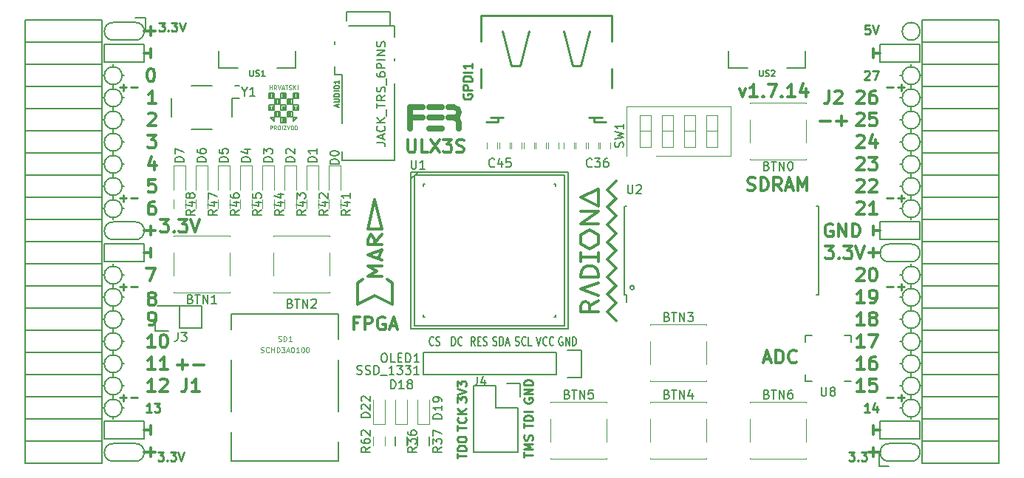
<source format=gto>
G04 #@! TF.FileFunction,Legend,Top*
%FSLAX46Y46*%
G04 Gerber Fmt 4.6, Leading zero omitted, Abs format (unit mm)*
G04 Created by KiCad (PCBNEW 4.0.7+dfsg1-1) date Fri Feb 23 10:13:46 2018*
%MOMM*%
%LPD*%
G01*
G04 APERTURE LIST*
%ADD10C,0.100000*%
%ADD11C,0.300000*%
%ADD12C,0.200000*%
%ADD13C,0.250000*%
%ADD14C,0.150000*%
%ADD15C,0.120000*%
%ADD16C,0.700000*%
%ADD17C,0.254000*%
%ADD18C,0.152400*%
%ADD19C,0.124460*%
%ADD20C,0.075000*%
G04 APERTURE END LIST*
D10*
D11*
X102760000Y-100897143D02*
X103902857Y-100897143D01*
X103331428Y-101468571D02*
X103331428Y-100325714D01*
X104617143Y-100897143D02*
X105760000Y-100897143D01*
X167133430Y-69226571D02*
X167490573Y-70226571D01*
X167847715Y-69226571D01*
X169204858Y-70226571D02*
X168347715Y-70226571D01*
X168776287Y-70226571D02*
X168776287Y-68726571D01*
X168633430Y-68940857D01*
X168490572Y-69083714D01*
X168347715Y-69155143D01*
X169847715Y-70083714D02*
X169919143Y-70155143D01*
X169847715Y-70226571D01*
X169776286Y-70155143D01*
X169847715Y-70083714D01*
X169847715Y-70226571D01*
X170419144Y-68726571D02*
X171419144Y-68726571D01*
X170776287Y-70226571D01*
X171990572Y-70083714D02*
X172062000Y-70155143D01*
X171990572Y-70226571D01*
X171919143Y-70155143D01*
X171990572Y-70083714D01*
X171990572Y-70226571D01*
X173490572Y-70226571D02*
X172633429Y-70226571D01*
X173062001Y-70226571D02*
X173062001Y-68726571D01*
X172919144Y-68940857D01*
X172776286Y-69083714D01*
X172633429Y-69155143D01*
X174776286Y-69226571D02*
X174776286Y-70226571D01*
X174419143Y-68655143D02*
X174062000Y-69726571D01*
X174990572Y-69726571D01*
X182492000Y-87582000D02*
X182492000Y-88598000D01*
X181984000Y-88090000D02*
X183254000Y-88090000D01*
X182492000Y-110442000D02*
X182492000Y-111458000D01*
X183254000Y-110950000D02*
X181984000Y-110950000D01*
X99688000Y-110442000D02*
X99688000Y-111458000D01*
X98926000Y-110950000D02*
X100196000Y-110950000D01*
X99688000Y-62182000D02*
X99688000Y-63198000D01*
X98926000Y-62690000D02*
X100196000Y-62690000D01*
X99688000Y-85042000D02*
X99688000Y-86058000D01*
X98926000Y-85550000D02*
X100196000Y-85550000D01*
D12*
X97910000Y-63706000D02*
G75*
G03X97910000Y-61674000I0J1016000D01*
G01*
X184270000Y-109934000D02*
G75*
G03X184270000Y-111966000I0J-1016000D01*
G01*
X95370000Y-111966000D02*
X97910000Y-111966000D01*
X95370000Y-109934000D02*
X97910000Y-109934000D01*
X97910000Y-111966000D02*
G75*
G03X97910000Y-109934000I0J1016000D01*
G01*
X95370000Y-109934000D02*
G75*
G03X95370000Y-111966000I0J-1016000D01*
G01*
X95370000Y-61674000D02*
X97910000Y-61674000D01*
X95370000Y-63706000D02*
X97910000Y-63706000D01*
X95370000Y-61674000D02*
G75*
G03X95370000Y-63706000I0J-1016000D01*
G01*
X95370000Y-84534000D02*
X97910000Y-84534000D01*
X95370000Y-86566000D02*
X97910000Y-86566000D01*
X95370000Y-84534000D02*
G75*
G03X95370000Y-86566000I0J-1016000D01*
G01*
X97910000Y-86566000D02*
G75*
G03X97910000Y-84534000I0J1016000D01*
G01*
X187826000Y-62690000D02*
G75*
G03X187826000Y-62690000I-1016000J0D01*
G01*
X184270000Y-89106000D02*
X186810000Y-89106000D01*
X184270000Y-87074000D02*
X186810000Y-87074000D01*
X184270000Y-87074000D02*
G75*
G03X184270000Y-89106000I0J-1016000D01*
G01*
X186810000Y-89106000D02*
G75*
G03X186810000Y-87074000I0J1016000D01*
G01*
X186810000Y-111966000D02*
X184270000Y-111966000D01*
X186810000Y-109934000D02*
X184270000Y-109934000D01*
X186810000Y-111966000D02*
G75*
G03X186810000Y-109934000I0J1016000D01*
G01*
X94354000Y-66246000D02*
X94354000Y-64214000D01*
X98926000Y-66246000D02*
X94354000Y-66246000D01*
X98926000Y-64214000D02*
X98926000Y-66246000D01*
X94354000Y-64214000D02*
X98926000Y-64214000D01*
X94354000Y-87074000D02*
X98926000Y-87074000D01*
X94354000Y-89106000D02*
X94354000Y-87074000D01*
X98926000Y-89106000D02*
X94354000Y-89106000D01*
X98926000Y-87074000D02*
X98926000Y-89106000D01*
X94354000Y-109426000D02*
X98926000Y-109426000D01*
X94354000Y-107394000D02*
X94354000Y-109426000D01*
X98926000Y-107394000D02*
X94354000Y-107394000D01*
X98926000Y-109426000D02*
X98926000Y-107394000D01*
X183254000Y-109426000D02*
X187826000Y-109426000D01*
X183254000Y-107394000D02*
X183254000Y-109426000D01*
X187826000Y-107394000D02*
X187826000Y-109426000D01*
X183254000Y-107394000D02*
X187826000Y-107394000D01*
X183254000Y-66246000D02*
X187826000Y-66246000D01*
X183254000Y-64214000D02*
X183254000Y-66246000D01*
X187826000Y-64214000D02*
X183254000Y-64214000D01*
X187826000Y-66246000D02*
X187826000Y-64214000D01*
X183254000Y-84534000D02*
X187826000Y-84534000D01*
X183254000Y-86566000D02*
X183254000Y-84534000D01*
X187826000Y-86566000D02*
X183254000Y-86566000D01*
X187826000Y-84534000D02*
X187826000Y-86566000D01*
D13*
X96148000Y-69111429D02*
X96909905Y-69111429D01*
X96528953Y-69492381D02*
X96528953Y-68730476D01*
X97386095Y-69111429D02*
X98148000Y-69111429D01*
X96148000Y-81811429D02*
X96909905Y-81811429D01*
X96528953Y-82192381D02*
X96528953Y-81430476D01*
X97386095Y-81811429D02*
X98148000Y-81811429D01*
X96148000Y-91971429D02*
X96909905Y-91971429D01*
X96528953Y-92352381D02*
X96528953Y-91590476D01*
X97386095Y-91971429D02*
X98148000Y-91971429D01*
X96148000Y-104671429D02*
X96909905Y-104671429D01*
X96528953Y-105052381D02*
X96528953Y-104290476D01*
X97386095Y-104671429D02*
X98148000Y-104671429D01*
X184032000Y-104671429D02*
X184793905Y-104671429D01*
X185270095Y-104671429D02*
X186032000Y-104671429D01*
X185651048Y-105052381D02*
X185651048Y-104290476D01*
X184032000Y-91971429D02*
X184793905Y-91971429D01*
X185270095Y-91971429D02*
X186032000Y-91971429D01*
X185651048Y-92352381D02*
X185651048Y-91590476D01*
X184032000Y-81811429D02*
X184793905Y-81811429D01*
X185270095Y-81811429D02*
X186032000Y-81811429D01*
X185651048Y-82192381D02*
X185651048Y-81430476D01*
X184032000Y-69111429D02*
X184793905Y-69111429D01*
X185270095Y-69111429D02*
X186032000Y-69111429D01*
X185651048Y-69492381D02*
X185651048Y-68730476D01*
D11*
X176420000Y-72957143D02*
X177562857Y-72957143D01*
X178277143Y-72957143D02*
X179420000Y-72957143D01*
X178848571Y-73528571D02*
X178848571Y-72385714D01*
D12*
X187826000Y-67770000D02*
G75*
G03X187826000Y-67770000I-1016000J0D01*
G01*
X187826000Y-70310000D02*
G75*
G03X187826000Y-70310000I-1016000J0D01*
G01*
X187826000Y-72850000D02*
G75*
G03X187826000Y-72850000I-1016000J0D01*
G01*
X187826000Y-75390000D02*
G75*
G03X187826000Y-75390000I-1016000J0D01*
G01*
X187826000Y-77930000D02*
G75*
G03X187826000Y-77930000I-1016000J0D01*
G01*
X187826000Y-80470000D02*
G75*
G03X187826000Y-80470000I-1016000J0D01*
G01*
X187826000Y-83010000D02*
G75*
G03X187826000Y-83010000I-1016000J0D01*
G01*
X187826000Y-90630000D02*
G75*
G03X187826000Y-90630000I-1016000J0D01*
G01*
X187826000Y-93170000D02*
G75*
G03X187826000Y-93170000I-1016000J0D01*
G01*
X187826000Y-95710000D02*
G75*
G03X187826000Y-95710000I-1016000J0D01*
G01*
X187826000Y-98250000D02*
G75*
G03X187826000Y-98250000I-1016000J0D01*
G01*
X187826000Y-100790000D02*
G75*
G03X187826000Y-100790000I-1016000J0D01*
G01*
X187826000Y-103330000D02*
G75*
G03X187826000Y-103330000I-1016000J0D01*
G01*
X187826000Y-105870000D02*
G75*
G03X187826000Y-105870000I-1016000J0D01*
G01*
X96386000Y-105870000D02*
G75*
G03X96386000Y-105870000I-1016000J0D01*
G01*
X96386000Y-103330000D02*
G75*
G03X96386000Y-103330000I-1016000J0D01*
G01*
X96386000Y-100790000D02*
G75*
G03X96386000Y-100790000I-1016000J0D01*
G01*
X96386000Y-98250000D02*
G75*
G03X96386000Y-98250000I-1016000J0D01*
G01*
X96386000Y-95710000D02*
G75*
G03X96386000Y-95710000I-1016000J0D01*
G01*
X96386000Y-93170000D02*
G75*
G03X96386000Y-93170000I-1016000J0D01*
G01*
X96386000Y-90630000D02*
G75*
G03X96386000Y-90630000I-1016000J0D01*
G01*
X96386000Y-83010000D02*
G75*
G03X96386000Y-83010000I-1016000J0D01*
G01*
X96386000Y-80470000D02*
G75*
G03X96386000Y-80470000I-1016000J0D01*
G01*
X96386000Y-77930000D02*
G75*
G03X96386000Y-77930000I-1016000J0D01*
G01*
X96386000Y-75390000D02*
G75*
G03X96386000Y-75390000I-1016000J0D01*
G01*
X96386000Y-72850000D02*
G75*
G03X96386000Y-72850000I-1016000J0D01*
G01*
X96386000Y-70310000D02*
G75*
G03X96386000Y-70310000I-1016000J0D01*
G01*
X96386000Y-67770000D02*
G75*
G03X96386000Y-67770000I-1016000J0D01*
G01*
D11*
X177793143Y-84800000D02*
X177650286Y-84728571D01*
X177436000Y-84728571D01*
X177221715Y-84800000D01*
X177078857Y-84942857D01*
X177007429Y-85085714D01*
X176936000Y-85371429D01*
X176936000Y-85585714D01*
X177007429Y-85871429D01*
X177078857Y-86014286D01*
X177221715Y-86157143D01*
X177436000Y-86228571D01*
X177578857Y-86228571D01*
X177793143Y-86157143D01*
X177864572Y-86085714D01*
X177864572Y-85585714D01*
X177578857Y-85585714D01*
X178507429Y-86228571D02*
X178507429Y-84728571D01*
X179364572Y-86228571D01*
X179364572Y-84728571D01*
X180078858Y-86228571D02*
X180078858Y-84728571D01*
X180436001Y-84728571D01*
X180650286Y-84800000D01*
X180793144Y-84942857D01*
X180864572Y-85085714D01*
X180936001Y-85371429D01*
X180936001Y-85585714D01*
X180864572Y-85871429D01*
X180793144Y-86014286D01*
X180650286Y-86157143D01*
X180436001Y-86228571D01*
X180078858Y-86228571D01*
X182492000Y-86058000D02*
X182492000Y-85042000D01*
X183254000Y-85550000D02*
X182492000Y-85550000D01*
X182492000Y-107902000D02*
X182492000Y-108918000D01*
X182492000Y-108410000D02*
X183254000Y-108410000D01*
D13*
X182047524Y-106322381D02*
X181476095Y-106322381D01*
X181761809Y-106322381D02*
X181761809Y-105322381D01*
X181666571Y-105465238D01*
X181571333Y-105560476D01*
X181476095Y-105608095D01*
X182904667Y-105655714D02*
X182904667Y-106322381D01*
X182666571Y-105274762D02*
X182428476Y-105989048D01*
X183047524Y-105989048D01*
X181476095Y-67317619D02*
X181523714Y-67270000D01*
X181618952Y-67222381D01*
X181857048Y-67222381D01*
X181952286Y-67270000D01*
X181999905Y-67317619D01*
X182047524Y-67412857D01*
X182047524Y-67508095D01*
X181999905Y-67650952D01*
X181428476Y-68222381D01*
X182047524Y-68222381D01*
X182380857Y-67222381D02*
X183047524Y-67222381D01*
X182618952Y-68222381D01*
D11*
X182492000Y-64722000D02*
X182492000Y-65738000D01*
X182492000Y-65230000D02*
X183254000Y-65230000D01*
X99688000Y-107902000D02*
X99688000Y-108918000D01*
X98926000Y-108410000D02*
X99688000Y-108410000D01*
X99315001Y-74568571D02*
X100243572Y-74568571D01*
X99743572Y-75140000D01*
X99957858Y-75140000D01*
X100100715Y-75211429D01*
X100172144Y-75282857D01*
X100243572Y-75425714D01*
X100243572Y-75782857D01*
X100172144Y-75925714D01*
X100100715Y-75997143D01*
X99957858Y-76068571D01*
X99529286Y-76068571D01*
X99386429Y-75997143D01*
X99315001Y-75925714D01*
X100100715Y-77608571D02*
X100100715Y-78608571D01*
X99743572Y-77037143D02*
X99386429Y-78108571D01*
X100315001Y-78108571D01*
X100172144Y-79648571D02*
X99457858Y-79648571D01*
X99386429Y-80362857D01*
X99457858Y-80291429D01*
X99600715Y-80220000D01*
X99957858Y-80220000D01*
X100100715Y-80291429D01*
X100172144Y-80362857D01*
X100243572Y-80505714D01*
X100243572Y-80862857D01*
X100172144Y-81005714D01*
X100100715Y-81077143D01*
X99957858Y-81148571D01*
X99600715Y-81148571D01*
X99457858Y-81077143D01*
X99386429Y-81005714D01*
D13*
X99751524Y-106322381D02*
X99180095Y-106322381D01*
X99465809Y-106322381D02*
X99465809Y-105322381D01*
X99370571Y-105465238D01*
X99275333Y-105560476D01*
X99180095Y-105608095D01*
X100084857Y-105322381D02*
X100703905Y-105322381D01*
X100370571Y-105703333D01*
X100513429Y-105703333D01*
X100608667Y-105750952D01*
X100656286Y-105798571D01*
X100703905Y-105893810D01*
X100703905Y-106131905D01*
X100656286Y-106227143D01*
X100608667Y-106274762D01*
X100513429Y-106322381D01*
X100227714Y-106322381D01*
X100132476Y-106274762D01*
X100084857Y-106227143D01*
D11*
X99188001Y-89808571D02*
X100188001Y-89808571D01*
X99545144Y-91308571D01*
X99688000Y-87582000D02*
X99688000Y-88598000D01*
X98926000Y-88090000D02*
X99688000Y-88090000D01*
X99688000Y-64722000D02*
X99688000Y-65738000D01*
X98926000Y-65230000D02*
X99688000Y-65230000D01*
D13*
X100624810Y-61697881D02*
X101243858Y-61697881D01*
X100910524Y-62078833D01*
X101053382Y-62078833D01*
X101148620Y-62126452D01*
X101196239Y-62174071D01*
X101243858Y-62269310D01*
X101243858Y-62507405D01*
X101196239Y-62602643D01*
X101148620Y-62650262D01*
X101053382Y-62697881D01*
X100767667Y-62697881D01*
X100672429Y-62650262D01*
X100624810Y-62602643D01*
X101672429Y-62602643D02*
X101720048Y-62650262D01*
X101672429Y-62697881D01*
X101624810Y-62650262D01*
X101672429Y-62602643D01*
X101672429Y-62697881D01*
X102053381Y-61697881D02*
X102672429Y-61697881D01*
X102339095Y-62078833D01*
X102481953Y-62078833D01*
X102577191Y-62126452D01*
X102624810Y-62174071D01*
X102672429Y-62269310D01*
X102672429Y-62507405D01*
X102624810Y-62602643D01*
X102577191Y-62650262D01*
X102481953Y-62697881D01*
X102196238Y-62697881D01*
X102101000Y-62650262D01*
X102053381Y-62602643D01*
X102958143Y-61697881D02*
X103291476Y-62697881D01*
X103624810Y-61697881D01*
X179666381Y-110910381D02*
X180285429Y-110910381D01*
X179952095Y-111291333D01*
X180094953Y-111291333D01*
X180190191Y-111338952D01*
X180237810Y-111386571D01*
X180285429Y-111481810D01*
X180285429Y-111719905D01*
X180237810Y-111815143D01*
X180190191Y-111862762D01*
X180094953Y-111910381D01*
X179809238Y-111910381D01*
X179714000Y-111862762D01*
X179666381Y-111815143D01*
X180714000Y-111815143D02*
X180761619Y-111862762D01*
X180714000Y-111910381D01*
X180666381Y-111862762D01*
X180714000Y-111815143D01*
X180714000Y-111910381D01*
X181094952Y-110910381D02*
X181714000Y-110910381D01*
X181380666Y-111291333D01*
X181523524Y-111291333D01*
X181618762Y-111338952D01*
X181666381Y-111386571D01*
X181714000Y-111481810D01*
X181714000Y-111719905D01*
X181666381Y-111815143D01*
X181618762Y-111862762D01*
X181523524Y-111910381D01*
X181237809Y-111910381D01*
X181142571Y-111862762D01*
X181094952Y-111815143D01*
D11*
X100775715Y-84220571D02*
X101704286Y-84220571D01*
X101204286Y-84792000D01*
X101418572Y-84792000D01*
X101561429Y-84863429D01*
X101632858Y-84934857D01*
X101704286Y-85077714D01*
X101704286Y-85434857D01*
X101632858Y-85577714D01*
X101561429Y-85649143D01*
X101418572Y-85720571D01*
X100990000Y-85720571D01*
X100847143Y-85649143D01*
X100775715Y-85577714D01*
X102347143Y-85577714D02*
X102418571Y-85649143D01*
X102347143Y-85720571D01*
X102275714Y-85649143D01*
X102347143Y-85577714D01*
X102347143Y-85720571D01*
X102918572Y-84220571D02*
X103847143Y-84220571D01*
X103347143Y-84792000D01*
X103561429Y-84792000D01*
X103704286Y-84863429D01*
X103775715Y-84934857D01*
X103847143Y-85077714D01*
X103847143Y-85434857D01*
X103775715Y-85577714D01*
X103704286Y-85649143D01*
X103561429Y-85720571D01*
X103132857Y-85720571D01*
X102990000Y-85649143D01*
X102918572Y-85577714D01*
X104275714Y-84220571D02*
X104775714Y-85720571D01*
X105275714Y-84220571D01*
D13*
X100497810Y-110910381D02*
X101116858Y-110910381D01*
X100783524Y-111291333D01*
X100926382Y-111291333D01*
X101021620Y-111338952D01*
X101069239Y-111386571D01*
X101116858Y-111481810D01*
X101116858Y-111719905D01*
X101069239Y-111815143D01*
X101021620Y-111862762D01*
X100926382Y-111910381D01*
X100640667Y-111910381D01*
X100545429Y-111862762D01*
X100497810Y-111815143D01*
X101545429Y-111815143D02*
X101593048Y-111862762D01*
X101545429Y-111910381D01*
X101497810Y-111862762D01*
X101545429Y-111815143D01*
X101545429Y-111910381D01*
X101926381Y-110910381D02*
X102545429Y-110910381D01*
X102212095Y-111291333D01*
X102354953Y-111291333D01*
X102450191Y-111338952D01*
X102497810Y-111386571D01*
X102545429Y-111481810D01*
X102545429Y-111719905D01*
X102497810Y-111815143D01*
X102450191Y-111862762D01*
X102354953Y-111910381D01*
X102069238Y-111910381D01*
X101974000Y-111862762D01*
X101926381Y-111815143D01*
X102831143Y-110910381D02*
X103164476Y-111910381D01*
X103497810Y-110910381D01*
X182047524Y-62015381D02*
X181571333Y-62015381D01*
X181523714Y-62491571D01*
X181571333Y-62443952D01*
X181666571Y-62396333D01*
X181904667Y-62396333D01*
X181999905Y-62443952D01*
X182047524Y-62491571D01*
X182095143Y-62586810D01*
X182095143Y-62824905D01*
X182047524Y-62920143D01*
X181999905Y-62967762D01*
X181904667Y-63015381D01*
X181666571Y-63015381D01*
X181571333Y-62967762D01*
X181523714Y-62920143D01*
X182380857Y-62015381D02*
X182714190Y-63015381D01*
X183047524Y-62015381D01*
D11*
X180587143Y-69631429D02*
X180658572Y-69560000D01*
X180801429Y-69488571D01*
X181158572Y-69488571D01*
X181301429Y-69560000D01*
X181372858Y-69631429D01*
X181444286Y-69774286D01*
X181444286Y-69917143D01*
X181372858Y-70131429D01*
X180515715Y-70988571D01*
X181444286Y-70988571D01*
X182730000Y-69488571D02*
X182444286Y-69488571D01*
X182301429Y-69560000D01*
X182230000Y-69631429D01*
X182087143Y-69845714D01*
X182015714Y-70131429D01*
X182015714Y-70702857D01*
X182087143Y-70845714D01*
X182158571Y-70917143D01*
X182301429Y-70988571D01*
X182587143Y-70988571D01*
X182730000Y-70917143D01*
X182801429Y-70845714D01*
X182872857Y-70702857D01*
X182872857Y-70345714D01*
X182801429Y-70202857D01*
X182730000Y-70131429D01*
X182587143Y-70060000D01*
X182301429Y-70060000D01*
X182158571Y-70131429D01*
X182087143Y-70202857D01*
X182015714Y-70345714D01*
X180587143Y-72171429D02*
X180658572Y-72100000D01*
X180801429Y-72028571D01*
X181158572Y-72028571D01*
X181301429Y-72100000D01*
X181372858Y-72171429D01*
X181444286Y-72314286D01*
X181444286Y-72457143D01*
X181372858Y-72671429D01*
X180515715Y-73528571D01*
X181444286Y-73528571D01*
X182801429Y-72028571D02*
X182087143Y-72028571D01*
X182015714Y-72742857D01*
X182087143Y-72671429D01*
X182230000Y-72600000D01*
X182587143Y-72600000D01*
X182730000Y-72671429D01*
X182801429Y-72742857D01*
X182872857Y-72885714D01*
X182872857Y-73242857D01*
X182801429Y-73385714D01*
X182730000Y-73457143D01*
X182587143Y-73528571D01*
X182230000Y-73528571D01*
X182087143Y-73457143D01*
X182015714Y-73385714D01*
X180587143Y-74711429D02*
X180658572Y-74640000D01*
X180801429Y-74568571D01*
X181158572Y-74568571D01*
X181301429Y-74640000D01*
X181372858Y-74711429D01*
X181444286Y-74854286D01*
X181444286Y-74997143D01*
X181372858Y-75211429D01*
X180515715Y-76068571D01*
X181444286Y-76068571D01*
X182730000Y-75068571D02*
X182730000Y-76068571D01*
X182372857Y-74497143D02*
X182015714Y-75568571D01*
X182944286Y-75568571D01*
X180587143Y-77251429D02*
X180658572Y-77180000D01*
X180801429Y-77108571D01*
X181158572Y-77108571D01*
X181301429Y-77180000D01*
X181372858Y-77251429D01*
X181444286Y-77394286D01*
X181444286Y-77537143D01*
X181372858Y-77751429D01*
X180515715Y-78608571D01*
X181444286Y-78608571D01*
X181944286Y-77108571D02*
X182872857Y-77108571D01*
X182372857Y-77680000D01*
X182587143Y-77680000D01*
X182730000Y-77751429D01*
X182801429Y-77822857D01*
X182872857Y-77965714D01*
X182872857Y-78322857D01*
X182801429Y-78465714D01*
X182730000Y-78537143D01*
X182587143Y-78608571D01*
X182158571Y-78608571D01*
X182015714Y-78537143D01*
X181944286Y-78465714D01*
X180587143Y-79791429D02*
X180658572Y-79720000D01*
X180801429Y-79648571D01*
X181158572Y-79648571D01*
X181301429Y-79720000D01*
X181372858Y-79791429D01*
X181444286Y-79934286D01*
X181444286Y-80077143D01*
X181372858Y-80291429D01*
X180515715Y-81148571D01*
X181444286Y-81148571D01*
X182015714Y-79791429D02*
X182087143Y-79720000D01*
X182230000Y-79648571D01*
X182587143Y-79648571D01*
X182730000Y-79720000D01*
X182801429Y-79791429D01*
X182872857Y-79934286D01*
X182872857Y-80077143D01*
X182801429Y-80291429D01*
X181944286Y-81148571D01*
X182872857Y-81148571D01*
X180587143Y-82331429D02*
X180658572Y-82260000D01*
X180801429Y-82188571D01*
X181158572Y-82188571D01*
X181301429Y-82260000D01*
X181372858Y-82331429D01*
X181444286Y-82474286D01*
X181444286Y-82617143D01*
X181372858Y-82831429D01*
X180515715Y-83688571D01*
X181444286Y-83688571D01*
X182872857Y-83688571D02*
X182015714Y-83688571D01*
X182444286Y-83688571D02*
X182444286Y-82188571D01*
X182301429Y-82402857D01*
X182158571Y-82545714D01*
X182015714Y-82617143D01*
X176975715Y-87268571D02*
X177904286Y-87268571D01*
X177404286Y-87840000D01*
X177618572Y-87840000D01*
X177761429Y-87911429D01*
X177832858Y-87982857D01*
X177904286Y-88125714D01*
X177904286Y-88482857D01*
X177832858Y-88625714D01*
X177761429Y-88697143D01*
X177618572Y-88768571D01*
X177190000Y-88768571D01*
X177047143Y-88697143D01*
X176975715Y-88625714D01*
X178547143Y-88625714D02*
X178618571Y-88697143D01*
X178547143Y-88768571D01*
X178475714Y-88697143D01*
X178547143Y-88625714D01*
X178547143Y-88768571D01*
X179118572Y-87268571D02*
X180047143Y-87268571D01*
X179547143Y-87840000D01*
X179761429Y-87840000D01*
X179904286Y-87911429D01*
X179975715Y-87982857D01*
X180047143Y-88125714D01*
X180047143Y-88482857D01*
X179975715Y-88625714D01*
X179904286Y-88697143D01*
X179761429Y-88768571D01*
X179332857Y-88768571D01*
X179190000Y-88697143D01*
X179118572Y-88625714D01*
X180475714Y-87268571D02*
X180975714Y-88768571D01*
X181475714Y-87268571D01*
X180587143Y-89951429D02*
X180658572Y-89880000D01*
X180801429Y-89808571D01*
X181158572Y-89808571D01*
X181301429Y-89880000D01*
X181372858Y-89951429D01*
X181444286Y-90094286D01*
X181444286Y-90237143D01*
X181372858Y-90451429D01*
X180515715Y-91308571D01*
X181444286Y-91308571D01*
X182372857Y-89808571D02*
X182515714Y-89808571D01*
X182658571Y-89880000D01*
X182730000Y-89951429D01*
X182801429Y-90094286D01*
X182872857Y-90380000D01*
X182872857Y-90737143D01*
X182801429Y-91022857D01*
X182730000Y-91165714D01*
X182658571Y-91237143D01*
X182515714Y-91308571D01*
X182372857Y-91308571D01*
X182230000Y-91237143D01*
X182158571Y-91165714D01*
X182087143Y-91022857D01*
X182015714Y-90737143D01*
X182015714Y-90380000D01*
X182087143Y-90094286D01*
X182158571Y-89951429D01*
X182230000Y-89880000D01*
X182372857Y-89808571D01*
X181444286Y-93848571D02*
X180587143Y-93848571D01*
X181015715Y-93848571D02*
X181015715Y-92348571D01*
X180872858Y-92562857D01*
X180730000Y-92705714D01*
X180587143Y-92777143D01*
X182158571Y-93848571D02*
X182444286Y-93848571D01*
X182587143Y-93777143D01*
X182658571Y-93705714D01*
X182801429Y-93491429D01*
X182872857Y-93205714D01*
X182872857Y-92634286D01*
X182801429Y-92491429D01*
X182730000Y-92420000D01*
X182587143Y-92348571D01*
X182301429Y-92348571D01*
X182158571Y-92420000D01*
X182087143Y-92491429D01*
X182015714Y-92634286D01*
X182015714Y-92991429D01*
X182087143Y-93134286D01*
X182158571Y-93205714D01*
X182301429Y-93277143D01*
X182587143Y-93277143D01*
X182730000Y-93205714D01*
X182801429Y-93134286D01*
X182872857Y-92991429D01*
X181444286Y-96388571D02*
X180587143Y-96388571D01*
X181015715Y-96388571D02*
X181015715Y-94888571D01*
X180872858Y-95102857D01*
X180730000Y-95245714D01*
X180587143Y-95317143D01*
X182301429Y-95531429D02*
X182158571Y-95460000D01*
X182087143Y-95388571D01*
X182015714Y-95245714D01*
X182015714Y-95174286D01*
X182087143Y-95031429D01*
X182158571Y-94960000D01*
X182301429Y-94888571D01*
X182587143Y-94888571D01*
X182730000Y-94960000D01*
X182801429Y-95031429D01*
X182872857Y-95174286D01*
X182872857Y-95245714D01*
X182801429Y-95388571D01*
X182730000Y-95460000D01*
X182587143Y-95531429D01*
X182301429Y-95531429D01*
X182158571Y-95602857D01*
X182087143Y-95674286D01*
X182015714Y-95817143D01*
X182015714Y-96102857D01*
X182087143Y-96245714D01*
X182158571Y-96317143D01*
X182301429Y-96388571D01*
X182587143Y-96388571D01*
X182730000Y-96317143D01*
X182801429Y-96245714D01*
X182872857Y-96102857D01*
X182872857Y-95817143D01*
X182801429Y-95674286D01*
X182730000Y-95602857D01*
X182587143Y-95531429D01*
X181444286Y-98928571D02*
X180587143Y-98928571D01*
X181015715Y-98928571D02*
X181015715Y-97428571D01*
X180872858Y-97642857D01*
X180730000Y-97785714D01*
X180587143Y-97857143D01*
X181944286Y-97428571D02*
X182944286Y-97428571D01*
X182301429Y-98928571D01*
X181444286Y-101468571D02*
X180587143Y-101468571D01*
X181015715Y-101468571D02*
X181015715Y-99968571D01*
X180872858Y-100182857D01*
X180730000Y-100325714D01*
X180587143Y-100397143D01*
X182730000Y-99968571D02*
X182444286Y-99968571D01*
X182301429Y-100040000D01*
X182230000Y-100111429D01*
X182087143Y-100325714D01*
X182015714Y-100611429D01*
X182015714Y-101182857D01*
X182087143Y-101325714D01*
X182158571Y-101397143D01*
X182301429Y-101468571D01*
X182587143Y-101468571D01*
X182730000Y-101397143D01*
X182801429Y-101325714D01*
X182872857Y-101182857D01*
X182872857Y-100825714D01*
X182801429Y-100682857D01*
X182730000Y-100611429D01*
X182587143Y-100540000D01*
X182301429Y-100540000D01*
X182158571Y-100611429D01*
X182087143Y-100682857D01*
X182015714Y-100825714D01*
X181444286Y-104008571D02*
X180587143Y-104008571D01*
X181015715Y-104008571D02*
X181015715Y-102508571D01*
X180872858Y-102722857D01*
X180730000Y-102865714D01*
X180587143Y-102937143D01*
X182801429Y-102508571D02*
X182087143Y-102508571D01*
X182015714Y-103222857D01*
X182087143Y-103151429D01*
X182230000Y-103080000D01*
X182587143Y-103080000D01*
X182730000Y-103151429D01*
X182801429Y-103222857D01*
X182872857Y-103365714D01*
X182872857Y-103722857D01*
X182801429Y-103865714D01*
X182730000Y-103937143D01*
X182587143Y-104008571D01*
X182230000Y-104008571D01*
X182087143Y-103937143D01*
X182015714Y-103865714D01*
D12*
X186810000Y-66500000D02*
X186810000Y-66754000D01*
X187826000Y-67770000D02*
X188080000Y-67770000D01*
X185540000Y-67770000D02*
X185794000Y-67770000D01*
X186810000Y-69294000D02*
X186810000Y-68786000D01*
X187826000Y-70310000D02*
X188080000Y-70310000D01*
X185540000Y-70310000D02*
X185794000Y-70310000D01*
X186810000Y-71326000D02*
X186810000Y-71834000D01*
X187826000Y-72850000D02*
X188080000Y-72850000D01*
X185540000Y-72850000D02*
X185794000Y-72850000D01*
X186810000Y-73866000D02*
X186810000Y-74374000D01*
X187826000Y-75390000D02*
X188080000Y-75390000D01*
X185540000Y-75390000D02*
X185794000Y-75390000D01*
X186810000Y-76406000D02*
X186810000Y-76914000D01*
X187826000Y-77930000D02*
X188080000Y-77930000D01*
X185540000Y-77930000D02*
X185794000Y-77930000D01*
X186810000Y-79454000D02*
X186810000Y-78946000D01*
X187826000Y-80470000D02*
X188080000Y-80470000D01*
X185540000Y-80470000D02*
X185794000Y-80470000D01*
X186810000Y-81994000D02*
X186810000Y-81486000D01*
X187826000Y-83010000D02*
X188080000Y-83010000D01*
X185540000Y-83010000D02*
X185794000Y-83010000D01*
X186810000Y-84026000D02*
X186810000Y-84280000D01*
X186810000Y-89360000D02*
X186810000Y-89614000D01*
X187826000Y-90630000D02*
X188080000Y-90630000D01*
X185540000Y-90630000D02*
X185794000Y-90630000D01*
X186810000Y-91646000D02*
X186810000Y-92154000D01*
X187826000Y-93170000D02*
X188080000Y-93170000D01*
X185540000Y-93170000D02*
X185794000Y-93170000D01*
X186810000Y-94186000D02*
X186810000Y-94694000D01*
X187826000Y-95710000D02*
X188080000Y-95710000D01*
X185540000Y-95710000D02*
X185794000Y-95710000D01*
X186810000Y-97234000D02*
X186810000Y-96726000D01*
X187826000Y-98250000D02*
X188080000Y-98250000D01*
X185540000Y-98250000D02*
X185794000Y-98250000D01*
X187826000Y-100790000D02*
X188080000Y-100790000D01*
X185540000Y-100790000D02*
X185794000Y-100790000D01*
X186810000Y-99266000D02*
X186810000Y-99774000D01*
X186810000Y-102314000D02*
X186810000Y-101806000D01*
X187826000Y-103330000D02*
X188080000Y-103330000D01*
X185540000Y-103330000D02*
X185794000Y-103330000D01*
X186810000Y-104346000D02*
X186810000Y-104854000D01*
X185540000Y-105870000D02*
X185794000Y-105870000D01*
X187826000Y-105870000D02*
X188080000Y-105870000D01*
X186810000Y-106886000D02*
X186810000Y-107140000D01*
X95370000Y-66754000D02*
X95370000Y-66500000D01*
X96386000Y-67770000D02*
X96640000Y-67770000D01*
X94100000Y-67770000D02*
X94354000Y-67770000D01*
X95370000Y-68786000D02*
X95370000Y-69294000D01*
X96386000Y-70310000D02*
X96640000Y-70310000D01*
X94100000Y-70310000D02*
X94354000Y-70310000D01*
X95370000Y-71326000D02*
X95370000Y-71834000D01*
X96386000Y-72850000D02*
X96640000Y-72850000D01*
X94100000Y-72850000D02*
X94354000Y-72850000D01*
X95370000Y-73866000D02*
X95370000Y-74374000D01*
X96386000Y-75390000D02*
X96640000Y-75390000D01*
X95370000Y-76406000D02*
X95370000Y-76914000D01*
X96386000Y-77930000D02*
X96640000Y-77930000D01*
X94100000Y-77930000D02*
X94354000Y-77930000D01*
X95370000Y-79454000D02*
X95370000Y-78946000D01*
X96386000Y-80470000D02*
X96640000Y-80470000D01*
X94100000Y-80470000D02*
X94354000Y-80470000D01*
X95370000Y-81486000D02*
X95370000Y-81994000D01*
X96386000Y-83010000D02*
X96640000Y-83010000D01*
X95370000Y-84026000D02*
X95370000Y-84280000D01*
X94100000Y-83010000D02*
X94354000Y-83010000D01*
X95370000Y-106886000D02*
X95370000Y-107140000D01*
X95370000Y-89360000D02*
X95370000Y-89614000D01*
X96386000Y-93170000D02*
X96640000Y-93170000D01*
X94100000Y-93170000D02*
X94354000Y-93170000D01*
X95370000Y-94186000D02*
X95370000Y-94694000D01*
X94100000Y-90630000D02*
X94354000Y-90630000D01*
X96386000Y-90630000D02*
X96640000Y-90630000D01*
X95370000Y-92154000D02*
X95370000Y-91646000D01*
X96386000Y-95710000D02*
X96640000Y-95710000D01*
X94100000Y-95710000D02*
X94354000Y-95710000D01*
X96386000Y-98250000D02*
X96640000Y-98250000D01*
X94354000Y-98250000D02*
X94100000Y-98250000D01*
X95370000Y-96726000D02*
X95370000Y-97234000D01*
X95370000Y-99266000D02*
X95370000Y-99774000D01*
X94100000Y-100790000D02*
X94354000Y-100790000D01*
X96386000Y-100790000D02*
X96640000Y-100790000D01*
X94100000Y-103330000D02*
X94354000Y-103330000D01*
X96386000Y-103330000D02*
X96640000Y-103330000D01*
X95370000Y-101806000D02*
X95370000Y-102314000D01*
X95370000Y-104346000D02*
X95370000Y-104854000D01*
X96386000Y-105870000D02*
X96640000Y-105870000D01*
X94100000Y-105870000D02*
X94354000Y-105870000D01*
D11*
X100164286Y-104008571D02*
X99307143Y-104008571D01*
X99735715Y-104008571D02*
X99735715Y-102508571D01*
X99592858Y-102722857D01*
X99450000Y-102865714D01*
X99307143Y-102937143D01*
X100735714Y-102651429D02*
X100807143Y-102580000D01*
X100950000Y-102508571D01*
X101307143Y-102508571D01*
X101450000Y-102580000D01*
X101521429Y-102651429D01*
X101592857Y-102794286D01*
X101592857Y-102937143D01*
X101521429Y-103151429D01*
X100664286Y-104008571D01*
X101592857Y-104008571D01*
X100164286Y-101468571D02*
X99307143Y-101468571D01*
X99735715Y-101468571D02*
X99735715Y-99968571D01*
X99592858Y-100182857D01*
X99450000Y-100325714D01*
X99307143Y-100397143D01*
X101592857Y-101468571D02*
X100735714Y-101468571D01*
X101164286Y-101468571D02*
X101164286Y-99968571D01*
X101021429Y-100182857D01*
X100878571Y-100325714D01*
X100735714Y-100397143D01*
X100164286Y-98928571D02*
X99307143Y-98928571D01*
X99735715Y-98928571D02*
X99735715Y-97428571D01*
X99592858Y-97642857D01*
X99450000Y-97785714D01*
X99307143Y-97857143D01*
X101092857Y-97428571D02*
X101235714Y-97428571D01*
X101378571Y-97500000D01*
X101450000Y-97571429D01*
X101521429Y-97714286D01*
X101592857Y-98000000D01*
X101592857Y-98357143D01*
X101521429Y-98642857D01*
X101450000Y-98785714D01*
X101378571Y-98857143D01*
X101235714Y-98928571D01*
X101092857Y-98928571D01*
X100950000Y-98857143D01*
X100878571Y-98785714D01*
X100807143Y-98642857D01*
X100735714Y-98357143D01*
X100735714Y-98000000D01*
X100807143Y-97714286D01*
X100878571Y-97571429D01*
X100950000Y-97500000D01*
X101092857Y-97428571D01*
X99529286Y-96388571D02*
X99815001Y-96388571D01*
X99957858Y-96317143D01*
X100029286Y-96245714D01*
X100172144Y-96031429D01*
X100243572Y-95745714D01*
X100243572Y-95174286D01*
X100172144Y-95031429D01*
X100100715Y-94960000D01*
X99957858Y-94888571D01*
X99672144Y-94888571D01*
X99529286Y-94960000D01*
X99457858Y-95031429D01*
X99386429Y-95174286D01*
X99386429Y-95531429D01*
X99457858Y-95674286D01*
X99529286Y-95745714D01*
X99672144Y-95817143D01*
X99957858Y-95817143D01*
X100100715Y-95745714D01*
X100172144Y-95674286D01*
X100243572Y-95531429D01*
X99672144Y-93245429D02*
X99529286Y-93174000D01*
X99457858Y-93102571D01*
X99386429Y-92959714D01*
X99386429Y-92888286D01*
X99457858Y-92745429D01*
X99529286Y-92674000D01*
X99672144Y-92602571D01*
X99957858Y-92602571D01*
X100100715Y-92674000D01*
X100172144Y-92745429D01*
X100243572Y-92888286D01*
X100243572Y-92959714D01*
X100172144Y-93102571D01*
X100100715Y-93174000D01*
X99957858Y-93245429D01*
X99672144Y-93245429D01*
X99529286Y-93316857D01*
X99457858Y-93388286D01*
X99386429Y-93531143D01*
X99386429Y-93816857D01*
X99457858Y-93959714D01*
X99529286Y-94031143D01*
X99672144Y-94102571D01*
X99957858Y-94102571D01*
X100100715Y-94031143D01*
X100172144Y-93959714D01*
X100243572Y-93816857D01*
X100243572Y-93531143D01*
X100172144Y-93388286D01*
X100100715Y-93316857D01*
X99957858Y-93245429D01*
X100100715Y-82188571D02*
X99815001Y-82188571D01*
X99672144Y-82260000D01*
X99600715Y-82331429D01*
X99457858Y-82545714D01*
X99386429Y-82831429D01*
X99386429Y-83402857D01*
X99457858Y-83545714D01*
X99529286Y-83617143D01*
X99672144Y-83688571D01*
X99957858Y-83688571D01*
X100100715Y-83617143D01*
X100172144Y-83545714D01*
X100243572Y-83402857D01*
X100243572Y-83045714D01*
X100172144Y-82902857D01*
X100100715Y-82831429D01*
X99957858Y-82760000D01*
X99672144Y-82760000D01*
X99529286Y-82831429D01*
X99457858Y-82902857D01*
X99386429Y-83045714D01*
X99386429Y-72171429D02*
X99457858Y-72100000D01*
X99600715Y-72028571D01*
X99957858Y-72028571D01*
X100100715Y-72100000D01*
X100172144Y-72171429D01*
X100243572Y-72314286D01*
X100243572Y-72457143D01*
X100172144Y-72671429D01*
X99315001Y-73528571D01*
X100243572Y-73528571D01*
X100243572Y-70988571D02*
X99386429Y-70988571D01*
X99815001Y-70988571D02*
X99815001Y-69488571D01*
X99672144Y-69702857D01*
X99529286Y-69845714D01*
X99386429Y-69917143D01*
X99616572Y-66948571D02*
X99759429Y-66948571D01*
X99902286Y-67020000D01*
X99973715Y-67091429D01*
X100045144Y-67234286D01*
X100116572Y-67520000D01*
X100116572Y-67877143D01*
X100045144Y-68162857D01*
X99973715Y-68305714D01*
X99902286Y-68377143D01*
X99759429Y-68448571D01*
X99616572Y-68448571D01*
X99473715Y-68377143D01*
X99402286Y-68305714D01*
X99330858Y-68162857D01*
X99259429Y-67877143D01*
X99259429Y-67520000D01*
X99330858Y-67234286D01*
X99402286Y-67091429D01*
X99473715Y-67020000D01*
X99616572Y-66948571D01*
X129148429Y-75076571D02*
X129148429Y-76290857D01*
X129219857Y-76433714D01*
X129291286Y-76505143D01*
X129434143Y-76576571D01*
X129719857Y-76576571D01*
X129862715Y-76505143D01*
X129934143Y-76433714D01*
X130005572Y-76290857D01*
X130005572Y-75076571D01*
X131434144Y-76576571D02*
X130719858Y-76576571D01*
X130719858Y-75076571D01*
X131791287Y-75076571D02*
X132791287Y-76576571D01*
X132791287Y-75076571D02*
X131791287Y-76576571D01*
X133219858Y-75076571D02*
X134148429Y-75076571D01*
X133648429Y-75648000D01*
X133862715Y-75648000D01*
X134005572Y-75719429D01*
X134077001Y-75790857D01*
X134148429Y-75933714D01*
X134148429Y-76290857D01*
X134077001Y-76433714D01*
X134005572Y-76505143D01*
X133862715Y-76576571D01*
X133434143Y-76576571D01*
X133291286Y-76505143D01*
X133219858Y-76433714D01*
X134719857Y-76505143D02*
X134934143Y-76576571D01*
X135291286Y-76576571D01*
X135434143Y-76505143D01*
X135505572Y-76433714D01*
X135577000Y-76290857D01*
X135577000Y-76148000D01*
X135505572Y-76005143D01*
X135434143Y-75933714D01*
X135291286Y-75862286D01*
X135005572Y-75790857D01*
X134862714Y-75719429D01*
X134791286Y-75648000D01*
X134719857Y-75505143D01*
X134719857Y-75362286D01*
X134791286Y-75219429D01*
X134862714Y-75148000D01*
X135005572Y-75076571D01*
X135362714Y-75076571D01*
X135577000Y-75148000D01*
X123413429Y-96110857D02*
X122913429Y-96110857D01*
X122913429Y-96896571D02*
X122913429Y-95396571D01*
X123627715Y-95396571D01*
X124199143Y-96896571D02*
X124199143Y-95396571D01*
X124770571Y-95396571D01*
X124913429Y-95468000D01*
X124984857Y-95539429D01*
X125056286Y-95682286D01*
X125056286Y-95896571D01*
X124984857Y-96039429D01*
X124913429Y-96110857D01*
X124770571Y-96182286D01*
X124199143Y-96182286D01*
X126484857Y-95468000D02*
X126342000Y-95396571D01*
X126127714Y-95396571D01*
X125913429Y-95468000D01*
X125770571Y-95610857D01*
X125699143Y-95753714D01*
X125627714Y-96039429D01*
X125627714Y-96253714D01*
X125699143Y-96539429D01*
X125770571Y-96682286D01*
X125913429Y-96825143D01*
X126127714Y-96896571D01*
X126270571Y-96896571D01*
X126484857Y-96825143D01*
X126556286Y-96753714D01*
X126556286Y-96253714D01*
X126270571Y-96253714D01*
X127127714Y-96468000D02*
X127842000Y-96468000D01*
X126984857Y-96896571D02*
X127484857Y-95396571D01*
X127984857Y-96896571D01*
X168077929Y-80886643D02*
X168292215Y-80958071D01*
X168649358Y-80958071D01*
X168792215Y-80886643D01*
X168863644Y-80815214D01*
X168935072Y-80672357D01*
X168935072Y-80529500D01*
X168863644Y-80386643D01*
X168792215Y-80315214D01*
X168649358Y-80243786D01*
X168363644Y-80172357D01*
X168220786Y-80100929D01*
X168149358Y-80029500D01*
X168077929Y-79886643D01*
X168077929Y-79743786D01*
X168149358Y-79600929D01*
X168220786Y-79529500D01*
X168363644Y-79458071D01*
X168720786Y-79458071D01*
X168935072Y-79529500D01*
X169577929Y-80958071D02*
X169577929Y-79458071D01*
X169935072Y-79458071D01*
X170149357Y-79529500D01*
X170292215Y-79672357D01*
X170363643Y-79815214D01*
X170435072Y-80100929D01*
X170435072Y-80315214D01*
X170363643Y-80600929D01*
X170292215Y-80743786D01*
X170149357Y-80886643D01*
X169935072Y-80958071D01*
X169577929Y-80958071D01*
X171935072Y-80958071D02*
X171435072Y-80243786D01*
X171077929Y-80958071D02*
X171077929Y-79458071D01*
X171649357Y-79458071D01*
X171792215Y-79529500D01*
X171863643Y-79600929D01*
X171935072Y-79743786D01*
X171935072Y-79958071D01*
X171863643Y-80100929D01*
X171792215Y-80172357D01*
X171649357Y-80243786D01*
X171077929Y-80243786D01*
X172506500Y-80529500D02*
X173220786Y-80529500D01*
X172363643Y-80958071D02*
X172863643Y-79458071D01*
X173363643Y-80958071D01*
X173863643Y-80958071D02*
X173863643Y-79458071D01*
X174363643Y-80529500D01*
X174863643Y-79458071D01*
X174863643Y-80958071D01*
X169966857Y-100278000D02*
X170681143Y-100278000D01*
X169824000Y-100706571D02*
X170324000Y-99206571D01*
X170824000Y-100706571D01*
X171324000Y-100706571D02*
X171324000Y-99206571D01*
X171681143Y-99206571D01*
X171895428Y-99278000D01*
X172038286Y-99420857D01*
X172109714Y-99563714D01*
X172181143Y-99849429D01*
X172181143Y-100063714D01*
X172109714Y-100349429D01*
X172038286Y-100492286D01*
X171895428Y-100635143D01*
X171681143Y-100706571D01*
X171324000Y-100706571D01*
X173681143Y-100563714D02*
X173609714Y-100635143D01*
X173395428Y-100706571D01*
X173252571Y-100706571D01*
X173038286Y-100635143D01*
X172895428Y-100492286D01*
X172824000Y-100349429D01*
X172752571Y-100063714D01*
X172752571Y-99849429D01*
X172824000Y-99563714D01*
X172895428Y-99420857D01*
X173038286Y-99278000D01*
X173252571Y-99206571D01*
X173395428Y-99206571D01*
X173609714Y-99278000D01*
X173681143Y-99349429D01*
D13*
X142447381Y-111521333D02*
X142447381Y-110949904D01*
X143447381Y-111235619D02*
X142447381Y-111235619D01*
X143447381Y-110616571D02*
X142447381Y-110616571D01*
X143161667Y-110283237D01*
X142447381Y-109949904D01*
X143447381Y-109949904D01*
X143399762Y-109521333D02*
X143447381Y-109378476D01*
X143447381Y-109140380D01*
X143399762Y-109045142D01*
X143352143Y-108997523D01*
X143256905Y-108949904D01*
X143161667Y-108949904D01*
X143066429Y-108997523D01*
X143018810Y-109045142D01*
X142971190Y-109140380D01*
X142923571Y-109330857D01*
X142875952Y-109426095D01*
X142828333Y-109473714D01*
X142733095Y-109521333D01*
X142637857Y-109521333D01*
X142542619Y-109473714D01*
X142495000Y-109426095D01*
X142447381Y-109330857D01*
X142447381Y-109092761D01*
X142495000Y-108949904D01*
X142447381Y-108163809D02*
X142447381Y-107592380D01*
X143447381Y-107878095D02*
X142447381Y-107878095D01*
X143447381Y-107259047D02*
X142447381Y-107259047D01*
X142447381Y-107020952D01*
X142495000Y-106878094D01*
X142590238Y-106782856D01*
X142685476Y-106735237D01*
X142875952Y-106687618D01*
X143018810Y-106687618D01*
X143209286Y-106735237D01*
X143304524Y-106782856D01*
X143399762Y-106878094D01*
X143447381Y-107020952D01*
X143447381Y-107259047D01*
X143447381Y-106259047D02*
X142447381Y-106259047D01*
X142495000Y-104726904D02*
X142447381Y-104822142D01*
X142447381Y-104964999D01*
X142495000Y-105107857D01*
X142590238Y-105203095D01*
X142685476Y-105250714D01*
X142875952Y-105298333D01*
X143018810Y-105298333D01*
X143209286Y-105250714D01*
X143304524Y-105203095D01*
X143399762Y-105107857D01*
X143447381Y-104964999D01*
X143447381Y-104869761D01*
X143399762Y-104726904D01*
X143352143Y-104679285D01*
X143018810Y-104679285D01*
X143018810Y-104869761D01*
X143447381Y-104250714D02*
X142447381Y-104250714D01*
X143447381Y-103679285D01*
X142447381Y-103679285D01*
X143447381Y-103203095D02*
X142447381Y-103203095D01*
X142447381Y-102965000D01*
X142495000Y-102822142D01*
X142590238Y-102726904D01*
X142685476Y-102679285D01*
X142875952Y-102631666D01*
X143018810Y-102631666D01*
X143209286Y-102679285D01*
X143304524Y-102726904D01*
X143399762Y-102822142D01*
X143447381Y-102965000D01*
X143447381Y-103203095D01*
X134827381Y-111624524D02*
X134827381Y-111053095D01*
X135827381Y-111338810D02*
X134827381Y-111338810D01*
X135827381Y-110719762D02*
X134827381Y-110719762D01*
X134827381Y-110481667D01*
X134875000Y-110338809D01*
X134970238Y-110243571D01*
X135065476Y-110195952D01*
X135255952Y-110148333D01*
X135398810Y-110148333D01*
X135589286Y-110195952D01*
X135684524Y-110243571D01*
X135779762Y-110338809D01*
X135827381Y-110481667D01*
X135827381Y-110719762D01*
X134827381Y-109529286D02*
X134827381Y-109338809D01*
X134875000Y-109243571D01*
X134970238Y-109148333D01*
X135160714Y-109100714D01*
X135494048Y-109100714D01*
X135684524Y-109148333D01*
X135779762Y-109243571D01*
X135827381Y-109338809D01*
X135827381Y-109529286D01*
X135779762Y-109624524D01*
X135684524Y-109719762D01*
X135494048Y-109767381D01*
X135160714Y-109767381D01*
X134970238Y-109719762D01*
X134875000Y-109624524D01*
X134827381Y-109529286D01*
X134827381Y-108425714D02*
X134827381Y-107854285D01*
X135827381Y-108140000D02*
X134827381Y-108140000D01*
X135732143Y-106949523D02*
X135779762Y-106997142D01*
X135827381Y-107139999D01*
X135827381Y-107235237D01*
X135779762Y-107378095D01*
X135684524Y-107473333D01*
X135589286Y-107520952D01*
X135398810Y-107568571D01*
X135255952Y-107568571D01*
X135065476Y-107520952D01*
X134970238Y-107473333D01*
X134875000Y-107378095D01*
X134827381Y-107235237D01*
X134827381Y-107139999D01*
X134875000Y-106997142D01*
X134922619Y-106949523D01*
X135827381Y-106520952D02*
X134827381Y-106520952D01*
X135827381Y-105949523D02*
X135255952Y-106378095D01*
X134827381Y-105949523D02*
X135398810Y-106520952D01*
X134827381Y-105203095D02*
X134827381Y-104584047D01*
X135208333Y-104917381D01*
X135208333Y-104774523D01*
X135255952Y-104679285D01*
X135303571Y-104631666D01*
X135398810Y-104584047D01*
X135636905Y-104584047D01*
X135732143Y-104631666D01*
X135779762Y-104679285D01*
X135827381Y-104774523D01*
X135827381Y-105060238D01*
X135779762Y-105155476D01*
X135732143Y-105203095D01*
X134827381Y-104298333D02*
X135827381Y-103965000D01*
X134827381Y-103631666D01*
X134827381Y-103393571D02*
X134827381Y-102774523D01*
X135208333Y-103107857D01*
X135208333Y-102964999D01*
X135255952Y-102869761D01*
X135303571Y-102822142D01*
X135398810Y-102774523D01*
X135636905Y-102774523D01*
X135732143Y-102822142D01*
X135779762Y-102869761D01*
X135827381Y-102964999D01*
X135827381Y-103250714D01*
X135779762Y-103345952D01*
X135732143Y-103393571D01*
D14*
X85270000Y-112220000D02*
X94100000Y-112220000D01*
X85270000Y-109680000D02*
X85270000Y-112220000D01*
X94100000Y-109680000D02*
X94100000Y-112220000D01*
X94100000Y-112220000D02*
X85270000Y-112220000D01*
X94100000Y-109680000D02*
X85270000Y-109680000D01*
X94100000Y-107140000D02*
X94100000Y-109680000D01*
X85270000Y-107140000D02*
X85270000Y-109680000D01*
X85270000Y-109680000D02*
X94100000Y-109680000D01*
X85270000Y-91900000D02*
X94100000Y-91900000D01*
X85270000Y-89360000D02*
X85270000Y-91900000D01*
X94100000Y-89360000D02*
X94100000Y-91900000D01*
X94100000Y-91900000D02*
X85270000Y-91900000D01*
X94100000Y-94440000D02*
X85270000Y-94440000D01*
X94100000Y-91900000D02*
X94100000Y-94440000D01*
X85270000Y-91900000D02*
X85270000Y-94440000D01*
X85270000Y-94440000D02*
X94100000Y-94440000D01*
X85270000Y-107140000D02*
X94100000Y-107140000D01*
X85270000Y-104600000D02*
X85270000Y-107140000D01*
X94100000Y-104600000D02*
X94100000Y-107140000D01*
X94100000Y-107140000D02*
X85270000Y-107140000D01*
X94100000Y-104600000D02*
X85270000Y-104600000D01*
X94100000Y-102060000D02*
X94100000Y-104600000D01*
X85270000Y-102060000D02*
X85270000Y-104600000D01*
X85270000Y-104600000D02*
X94100000Y-104600000D01*
X85270000Y-102060000D02*
X94100000Y-102060000D01*
X85270000Y-99520000D02*
X85270000Y-102060000D01*
X94100000Y-99520000D02*
X94100000Y-102060000D01*
X94100000Y-102060000D02*
X85270000Y-102060000D01*
X94100000Y-99520000D02*
X85270000Y-99520000D01*
X94100000Y-96980000D02*
X94100000Y-99520000D01*
X85270000Y-96980000D02*
X85270000Y-99520000D01*
X85270000Y-99520000D02*
X94100000Y-99520000D01*
X85270000Y-96980000D02*
X94100000Y-96980000D01*
X85270000Y-94440000D02*
X85270000Y-96980000D01*
X94100000Y-94440000D02*
X94100000Y-96980000D01*
X94100000Y-96980000D02*
X85270000Y-96980000D01*
X94100000Y-79200000D02*
X85270000Y-79200000D01*
X94100000Y-76660000D02*
X94100000Y-79200000D01*
X85270000Y-76660000D02*
X85270000Y-79200000D01*
X85270000Y-79200000D02*
X94100000Y-79200000D01*
X85270000Y-81740000D02*
X94100000Y-81740000D01*
X85270000Y-79200000D02*
X85270000Y-81740000D01*
X94100000Y-79200000D02*
X94100000Y-81740000D01*
X94100000Y-81740000D02*
X85270000Y-81740000D01*
X94100000Y-84280000D02*
X85270000Y-84280000D01*
X94100000Y-81740000D02*
X94100000Y-84280000D01*
X85270000Y-81740000D02*
X85270000Y-84280000D01*
X85270000Y-84280000D02*
X94100000Y-84280000D01*
X85270000Y-86820000D02*
X94100000Y-86820000D01*
X85270000Y-84280000D02*
X85270000Y-86820000D01*
X94100000Y-84280000D02*
X94100000Y-86820000D01*
X94100000Y-86820000D02*
X85270000Y-86820000D01*
X94100000Y-89360000D02*
X85270000Y-89360000D01*
X94100000Y-86820000D02*
X94100000Y-89360000D01*
X85270000Y-86820000D02*
X85270000Y-89360000D01*
X85270000Y-89360000D02*
X94100000Y-89360000D01*
X85270000Y-76660000D02*
X94100000Y-76660000D01*
X85270000Y-74120000D02*
X85270000Y-76660000D01*
X94100000Y-74120000D02*
X94100000Y-76660000D01*
X94100000Y-76660000D02*
X85270000Y-76660000D01*
X94100000Y-74120000D02*
X85270000Y-74120000D01*
X94100000Y-71580000D02*
X94100000Y-74120000D01*
X85270000Y-71580000D02*
X85270000Y-74120000D01*
X85270000Y-74120000D02*
X94100000Y-74120000D01*
X85270000Y-71580000D02*
X94100000Y-71580000D01*
X85270000Y-69040000D02*
X85270000Y-71580000D01*
X94100000Y-69040000D02*
X94100000Y-71580000D01*
X94100000Y-71580000D02*
X85270000Y-71580000D01*
X94100000Y-69040000D02*
X85270000Y-69040000D01*
X94100000Y-66500000D02*
X94100000Y-69040000D01*
X85270000Y-66500000D02*
X85270000Y-69040000D01*
X85270000Y-69040000D02*
X94100000Y-69040000D01*
X85270000Y-66500000D02*
X94100000Y-66500000D01*
X85270000Y-63960000D02*
X85270000Y-66500000D01*
X94100000Y-63960000D02*
X94100000Y-66500000D01*
X94100000Y-66500000D02*
X85270000Y-66500000D01*
X94100000Y-63960000D02*
X85270000Y-63960000D01*
X94100000Y-61420000D02*
X94100000Y-63960000D01*
X99060000Y-62690000D02*
X99060000Y-61140000D01*
X99060000Y-61140000D02*
X97910000Y-61140000D01*
X94100000Y-61420000D02*
X85270000Y-61420000D01*
X85270000Y-61420000D02*
X85270000Y-63960000D01*
X85270000Y-63960000D02*
X94100000Y-63960000D01*
X196910000Y-61420000D02*
X188080000Y-61420000D01*
X196910000Y-63960000D02*
X196910000Y-61420000D01*
X188080000Y-63960000D02*
X188080000Y-61420000D01*
X188080000Y-61420000D02*
X196910000Y-61420000D01*
X188080000Y-63960000D02*
X196910000Y-63960000D01*
X188080000Y-66500000D02*
X188080000Y-63960000D01*
X196910000Y-66500000D02*
X196910000Y-63960000D01*
X196910000Y-63960000D02*
X188080000Y-63960000D01*
X196910000Y-81740000D02*
X188080000Y-81740000D01*
X196910000Y-84280000D02*
X196910000Y-81740000D01*
X188080000Y-84280000D02*
X188080000Y-81740000D01*
X188080000Y-81740000D02*
X196910000Y-81740000D01*
X188080000Y-79200000D02*
X196910000Y-79200000D01*
X188080000Y-81740000D02*
X188080000Y-79200000D01*
X196910000Y-81740000D02*
X196910000Y-79200000D01*
X196910000Y-79200000D02*
X188080000Y-79200000D01*
X196910000Y-66500000D02*
X188080000Y-66500000D01*
X196910000Y-69040000D02*
X196910000Y-66500000D01*
X188080000Y-69040000D02*
X188080000Y-66500000D01*
X188080000Y-66500000D02*
X196910000Y-66500000D01*
X188080000Y-69040000D02*
X196910000Y-69040000D01*
X188080000Y-71580000D02*
X188080000Y-69040000D01*
X196910000Y-71580000D02*
X196910000Y-69040000D01*
X196910000Y-69040000D02*
X188080000Y-69040000D01*
X196910000Y-71580000D02*
X188080000Y-71580000D01*
X196910000Y-74120000D02*
X196910000Y-71580000D01*
X188080000Y-74120000D02*
X188080000Y-71580000D01*
X188080000Y-71580000D02*
X196910000Y-71580000D01*
X188080000Y-74120000D02*
X196910000Y-74120000D01*
X188080000Y-76660000D02*
X188080000Y-74120000D01*
X196910000Y-76660000D02*
X196910000Y-74120000D01*
X196910000Y-74120000D02*
X188080000Y-74120000D01*
X196910000Y-76660000D02*
X188080000Y-76660000D01*
X196910000Y-79200000D02*
X196910000Y-76660000D01*
X188080000Y-79200000D02*
X188080000Y-76660000D01*
X188080000Y-76660000D02*
X196910000Y-76660000D01*
X188080000Y-94440000D02*
X196910000Y-94440000D01*
X188080000Y-96980000D02*
X188080000Y-94440000D01*
X196910000Y-96980000D02*
X196910000Y-94440000D01*
X196910000Y-94440000D02*
X188080000Y-94440000D01*
X196910000Y-91900000D02*
X188080000Y-91900000D01*
X196910000Y-94440000D02*
X196910000Y-91900000D01*
X188080000Y-94440000D02*
X188080000Y-91900000D01*
X188080000Y-91900000D02*
X196910000Y-91900000D01*
X188080000Y-89360000D02*
X196910000Y-89360000D01*
X188080000Y-91900000D02*
X188080000Y-89360000D01*
X196910000Y-91900000D02*
X196910000Y-89360000D01*
X196910000Y-89360000D02*
X188080000Y-89360000D01*
X196910000Y-86820000D02*
X188080000Y-86820000D01*
X196910000Y-89360000D02*
X196910000Y-86820000D01*
X188080000Y-89360000D02*
X188080000Y-86820000D01*
X188080000Y-86820000D02*
X196910000Y-86820000D01*
X188080000Y-84280000D02*
X196910000Y-84280000D01*
X188080000Y-86820000D02*
X188080000Y-84280000D01*
X196910000Y-86820000D02*
X196910000Y-84280000D01*
X196910000Y-84280000D02*
X188080000Y-84280000D01*
X196910000Y-96980000D02*
X188080000Y-96980000D01*
X196910000Y-99520000D02*
X196910000Y-96980000D01*
X188080000Y-99520000D02*
X188080000Y-96980000D01*
X188080000Y-96980000D02*
X196910000Y-96980000D01*
X188080000Y-99520000D02*
X196910000Y-99520000D01*
X188080000Y-102060000D02*
X188080000Y-99520000D01*
X196910000Y-102060000D02*
X196910000Y-99520000D01*
X196910000Y-99520000D02*
X188080000Y-99520000D01*
X196910000Y-102060000D02*
X188080000Y-102060000D01*
X196910000Y-104600000D02*
X196910000Y-102060000D01*
X188080000Y-104600000D02*
X188080000Y-102060000D01*
X188080000Y-102060000D02*
X196910000Y-102060000D01*
X188080000Y-104600000D02*
X196910000Y-104600000D01*
X188080000Y-107140000D02*
X188080000Y-104600000D01*
X196910000Y-107140000D02*
X196910000Y-104600000D01*
X196910000Y-104600000D02*
X188080000Y-104600000D01*
X196910000Y-107140000D02*
X188080000Y-107140000D01*
X196910000Y-109680000D02*
X196910000Y-107140000D01*
X188080000Y-109680000D02*
X188080000Y-107140000D01*
X188080000Y-107140000D02*
X196910000Y-107140000D01*
X188080000Y-109680000D02*
X196910000Y-109680000D01*
X188080000Y-112220000D02*
X188080000Y-109680000D01*
X183120000Y-110950000D02*
X183120000Y-112500000D01*
X183120000Y-112500000D02*
X184270000Y-112500000D01*
X188080000Y-112220000D02*
X196910000Y-112220000D01*
X196910000Y-112220000D02*
X196910000Y-109680000D01*
X196910000Y-109680000D02*
X188080000Y-109680000D01*
X100170000Y-95456000D02*
X100170000Y-97006000D01*
X102990000Y-94186000D02*
X100450000Y-94186000D01*
X100170000Y-97006000D02*
X101720000Y-97006000D01*
X105530000Y-94186000D02*
X102990000Y-94186000D01*
X102990000Y-94186000D02*
X102990000Y-96726000D01*
X102990000Y-96726000D02*
X105530000Y-96726000D01*
X105530000Y-96726000D02*
X105530000Y-94186000D01*
X127715000Y-110180000D02*
X127715000Y-109180000D01*
X129065000Y-109180000D02*
X129065000Y-110180000D01*
X131605000Y-109180000D02*
X131605000Y-110180000D01*
X130255000Y-110180000D02*
X130255000Y-109180000D01*
X116280000Y-64925000D02*
X116280000Y-66925000D01*
X116280000Y-66925000D02*
X114130000Y-66925000D01*
X109630000Y-66925000D02*
X107480000Y-66925000D01*
X107480000Y-66925000D02*
X107480000Y-64975000D01*
X174700000Y-64925000D02*
X174700000Y-66925000D01*
X174700000Y-66925000D02*
X172550000Y-66925000D01*
X168050000Y-66925000D02*
X165900000Y-66925000D01*
X165900000Y-66925000D02*
X165900000Y-64975000D01*
X141725000Y-110950000D02*
X141725000Y-105870000D01*
X142005000Y-103050000D02*
X142005000Y-104600000D01*
X139185000Y-103330000D02*
X139185000Y-105870000D01*
X139185000Y-105870000D02*
X141725000Y-105870000D01*
X141725000Y-110950000D02*
X136645000Y-110950000D01*
X136645000Y-110950000D02*
X136645000Y-105870000D01*
X142005000Y-103050000D02*
X140455000Y-103050000D01*
X136645000Y-103330000D02*
X139185000Y-103330000D01*
X136645000Y-105870000D02*
X136645000Y-103330000D01*
X174660000Y-102780000D02*
X174660000Y-102030000D01*
X179910000Y-97530000D02*
X179910000Y-98280000D01*
X174660000Y-97530000D02*
X174660000Y-98280000D01*
X179910000Y-102780000D02*
X179160000Y-102780000D01*
X179910000Y-97530000D02*
X179160000Y-97530000D01*
X174660000Y-97530000D02*
X175410000Y-97530000D01*
X174660000Y-102780000D02*
X175410000Y-102780000D01*
X146170000Y-99520000D02*
X130930000Y-99520000D01*
X130930000Y-99520000D02*
X130930000Y-102060000D01*
X130930000Y-102060000D02*
X146170000Y-102060000D01*
X148990000Y-99240000D02*
X147440000Y-99240000D01*
X146170000Y-99520000D02*
X146170000Y-102060000D01*
X147440000Y-102340000D02*
X148990000Y-102340000D01*
X148990000Y-102340000D02*
X148990000Y-99240000D01*
D15*
X168340000Y-77350000D02*
X168340000Y-77320000D01*
X168340000Y-70890000D02*
X168340000Y-70920000D01*
X174800000Y-70890000D02*
X174800000Y-70920000D01*
X174800000Y-77320000D02*
X174800000Y-77350000D01*
X168340000Y-75420000D02*
X168340000Y-72820000D01*
X174800000Y-77350000D02*
X168340000Y-77350000D01*
X174800000Y-75420000D02*
X174800000Y-72820000D01*
X174800000Y-70890000D02*
X168340000Y-70890000D01*
X108760000Y-86130000D02*
X108760000Y-86160000D01*
X108760000Y-92590000D02*
X108760000Y-92560000D01*
X102300000Y-92590000D02*
X102300000Y-92560000D01*
X102300000Y-86160000D02*
X102300000Y-86130000D01*
X108760000Y-88060000D02*
X108760000Y-90660000D01*
X102300000Y-86130000D02*
X108760000Y-86130000D01*
X102300000Y-88060000D02*
X102300000Y-90660000D01*
X102300000Y-92590000D02*
X108760000Y-92590000D01*
X120190000Y-86130000D02*
X120190000Y-86160000D01*
X120190000Y-92590000D02*
X120190000Y-92560000D01*
X113730000Y-92590000D02*
X113730000Y-92560000D01*
X113730000Y-86160000D02*
X113730000Y-86130000D01*
X120190000Y-88060000D02*
X120190000Y-90660000D01*
X113730000Y-86130000D02*
X120190000Y-86130000D01*
X113730000Y-88060000D02*
X113730000Y-90660000D01*
X113730000Y-92590000D02*
X120190000Y-92590000D01*
X163370000Y-96290000D02*
X163370000Y-96320000D01*
X163370000Y-102750000D02*
X163370000Y-102720000D01*
X156910000Y-102750000D02*
X156910000Y-102720000D01*
X156910000Y-96320000D02*
X156910000Y-96290000D01*
X163370000Y-98220000D02*
X163370000Y-100820000D01*
X156910000Y-96290000D02*
X163370000Y-96290000D01*
X156910000Y-98220000D02*
X156910000Y-100820000D01*
X156910000Y-102750000D02*
X163370000Y-102750000D01*
X156910000Y-111640000D02*
X156910000Y-111610000D01*
X156910000Y-105180000D02*
X156910000Y-105210000D01*
X163370000Y-105180000D02*
X163370000Y-105210000D01*
X163370000Y-111610000D02*
X163370000Y-111640000D01*
X156910000Y-109710000D02*
X156910000Y-107110000D01*
X163370000Y-111640000D02*
X156910000Y-111640000D01*
X163370000Y-109710000D02*
X163370000Y-107110000D01*
X163370000Y-105180000D02*
X156910000Y-105180000D01*
X145480000Y-111640000D02*
X145480000Y-111610000D01*
X145480000Y-105180000D02*
X145480000Y-105210000D01*
X151940000Y-105180000D02*
X151940000Y-105210000D01*
X151940000Y-111610000D02*
X151940000Y-111640000D01*
X145480000Y-109710000D02*
X145480000Y-107110000D01*
X151940000Y-111640000D02*
X145480000Y-111640000D01*
X151940000Y-109710000D02*
X151940000Y-107110000D01*
X151940000Y-105180000D02*
X145480000Y-105180000D01*
X168340000Y-111640000D02*
X168340000Y-111610000D01*
X168340000Y-105180000D02*
X168340000Y-105210000D01*
X174800000Y-105180000D02*
X174800000Y-105210000D01*
X174800000Y-111610000D02*
X174800000Y-111640000D01*
X168340000Y-109710000D02*
X168340000Y-107110000D01*
X174800000Y-111640000D02*
X168340000Y-111640000D01*
X174800000Y-109710000D02*
X174800000Y-107110000D01*
X174800000Y-105180000D02*
X168340000Y-105180000D01*
X154160000Y-76965000D02*
X154160000Y-71275000D01*
X154160000Y-71275000D02*
X166120000Y-71275000D01*
X166120000Y-71275000D02*
X166120000Y-76965000D01*
X166120000Y-76965000D02*
X157600000Y-76965000D01*
X155695000Y-75930000D02*
X156965000Y-75930000D01*
X156965000Y-75930000D02*
X156965000Y-72310000D01*
X156965000Y-72310000D02*
X155695000Y-72310000D01*
X155695000Y-72310000D02*
X155695000Y-75930000D01*
X155695000Y-74120000D02*
X156965000Y-74120000D01*
X158235000Y-75930000D02*
X159505000Y-75930000D01*
X159505000Y-75930000D02*
X159505000Y-72310000D01*
X159505000Y-72310000D02*
X158235000Y-72310000D01*
X158235000Y-72310000D02*
X158235000Y-75930000D01*
X158235000Y-74120000D02*
X159505000Y-74120000D01*
X160775000Y-75930000D02*
X162045000Y-75930000D01*
X162045000Y-75930000D02*
X162045000Y-72310000D01*
X162045000Y-72310000D02*
X160775000Y-72310000D01*
X160775000Y-72310000D02*
X160775000Y-75930000D01*
X160775000Y-74120000D02*
X162045000Y-74120000D01*
X163315000Y-75930000D02*
X164585000Y-75930000D01*
X164585000Y-75930000D02*
X164585000Y-72310000D01*
X164585000Y-72310000D02*
X163315000Y-72310000D01*
X163315000Y-72310000D02*
X163315000Y-75930000D01*
X163315000Y-74120000D02*
X164585000Y-74120000D01*
D14*
X130880000Y-80200000D02*
X131080000Y-80200000D01*
X130880000Y-80400000D02*
X130880000Y-80200000D01*
X146080000Y-80200000D02*
X146080000Y-80400000D01*
X145880000Y-80200000D02*
X146080000Y-80200000D01*
X146080000Y-95400000D02*
X146080000Y-95200000D01*
X145880000Y-95400000D02*
X146080000Y-95400000D01*
X130880000Y-95400000D02*
X131080000Y-95400000D01*
X130880000Y-95200000D02*
X130880000Y-95400000D01*
X130280000Y-78800000D02*
X129480000Y-79600000D01*
X129480000Y-96800000D02*
X129480000Y-78800000D01*
X147480000Y-96800000D02*
X129480000Y-96800000D01*
X147480000Y-78800000D02*
X147480000Y-96800000D01*
X129480000Y-78800000D02*
X147480000Y-78800000D01*
X129880000Y-96400000D02*
X129880000Y-79200000D01*
X147080000Y-96400000D02*
X129880000Y-96400000D01*
X147080000Y-79200000D02*
X147080000Y-96400000D01*
X129880000Y-79200000D02*
X147080000Y-79200000D01*
D11*
X149980000Y-94836000D02*
X149980000Y-94136000D01*
X148980000Y-94836000D02*
X148980000Y-94136000D01*
X151980000Y-80836000D02*
X152980000Y-79836000D01*
X152980000Y-81836000D02*
X151980000Y-80836000D01*
X151980000Y-82836000D02*
X152980000Y-81836000D01*
X152980000Y-83836000D02*
X151980000Y-82836000D01*
X151980000Y-84836000D02*
X152980000Y-83836000D01*
X152980000Y-85836000D02*
X151980000Y-84836000D01*
X151980000Y-86836000D02*
X152980000Y-85836000D01*
X152980000Y-87836000D02*
X151980000Y-86836000D01*
X151980000Y-88836000D02*
X152980000Y-87836000D01*
X152980000Y-89836000D02*
X151980000Y-88836000D01*
X151980000Y-90836000D02*
X152980000Y-89836000D01*
X152980000Y-91836000D02*
X151980000Y-90836000D01*
X151980000Y-92836000D02*
X152980000Y-91836000D01*
X152980000Y-93836000D02*
X151980000Y-92836000D01*
X151980000Y-94836000D02*
X152980000Y-93836000D01*
X152980000Y-95836000D02*
X151980000Y-94836000D01*
X150980000Y-90836000D02*
X150980000Y-90536000D01*
X148980000Y-90836000D02*
X148980000Y-90536000D01*
X148980000Y-89036000D02*
X148980000Y-88036000D01*
X150980000Y-89036000D02*
X150980000Y-88036000D01*
X150980000Y-83336000D02*
X148980000Y-83336000D01*
X148980000Y-84736000D02*
X150980000Y-83336000D01*
X149980000Y-94136000D02*
X150980000Y-93536000D01*
X149980000Y-85436000D02*
X150980000Y-86036000D01*
X148980000Y-86036000D02*
X149980000Y-85436000D01*
X149980000Y-87636000D02*
X148980000Y-87036000D01*
X150980000Y-87036000D02*
X149980000Y-87636000D01*
X148980000Y-86036000D02*
X148980000Y-87036000D01*
X150980000Y-87036000D02*
X150980000Y-86036000D01*
X150980000Y-80736000D02*
X150980000Y-82736000D01*
X148980000Y-81736000D02*
X150980000Y-80736000D01*
X150980000Y-82736000D02*
X148980000Y-81736000D01*
X150980000Y-84736000D02*
X148980000Y-84736000D01*
X148980000Y-88536000D02*
X150980000Y-88536000D01*
X150980000Y-90536000D02*
G75*
G03X148980000Y-90536000I-1000000J0D01*
G01*
X150980000Y-90836000D02*
X148980000Y-90836000D01*
X148980000Y-92236000D02*
X150980000Y-91536000D01*
X150980000Y-92936000D02*
X148980000Y-92236000D01*
X149980000Y-94136000D02*
G75*
G03X148980000Y-94136000I-500000J0D01*
G01*
X150980000Y-94836000D02*
X148980000Y-94836000D01*
D16*
X135000000Y-73196000D02*
X135000000Y-73796000D01*
X135000000Y-73196000D02*
G75*
G03X134400000Y-72596000I-600000J0D01*
G01*
X134400000Y-72596000D02*
G75*
G03X134400000Y-71396000I0J600000D01*
G01*
X133800000Y-72596000D02*
X134400000Y-72596000D01*
X133800000Y-71396000D02*
X134400000Y-71396000D01*
X129400000Y-71396000D02*
X129400000Y-73796000D01*
X131600000Y-73796000D02*
X133000000Y-73796000D01*
X131600000Y-72596000D02*
X133000000Y-72596000D01*
X131600000Y-71396000D02*
X133000000Y-71396000D01*
X129400000Y-71396000D02*
X130800000Y-71396000D01*
X129400000Y-72596000D02*
X130800000Y-72596000D01*
D15*
X125150000Y-107670000D02*
X126550000Y-107670000D01*
X126550000Y-107670000D02*
X126550000Y-104870000D01*
X125150000Y-107670000D02*
X125150000Y-104870000D01*
X125170000Y-110180000D02*
X125170000Y-109180000D01*
X126530000Y-109180000D02*
X126530000Y-110180000D01*
X127690000Y-107670000D02*
X129090000Y-107670000D01*
X129090000Y-107670000D02*
X129090000Y-104870000D01*
X127690000Y-107670000D02*
X127690000Y-104870000D01*
X121470000Y-78035000D02*
X120070000Y-78035000D01*
X120070000Y-78035000D02*
X120070000Y-80835000D01*
X121470000Y-78035000D02*
X121470000Y-80835000D01*
X118930000Y-78035000D02*
X117530000Y-78035000D01*
X117530000Y-78035000D02*
X117530000Y-80835000D01*
X118930000Y-78035000D02*
X118930000Y-80835000D01*
X116390000Y-78035000D02*
X114990000Y-78035000D01*
X114990000Y-78035000D02*
X114990000Y-80835000D01*
X116390000Y-78035000D02*
X116390000Y-80835000D01*
X113850000Y-78035000D02*
X112450000Y-78035000D01*
X112450000Y-78035000D02*
X112450000Y-80835000D01*
X113850000Y-78035000D02*
X113850000Y-80835000D01*
X111310000Y-78035000D02*
X109910000Y-78035000D01*
X109910000Y-78035000D02*
X109910000Y-80835000D01*
X111310000Y-78035000D02*
X111310000Y-80835000D01*
X108770000Y-78035000D02*
X107370000Y-78035000D01*
X107370000Y-78035000D02*
X107370000Y-80835000D01*
X108770000Y-78035000D02*
X108770000Y-80835000D01*
X106230000Y-78035000D02*
X104830000Y-78035000D01*
X104830000Y-78035000D02*
X104830000Y-80835000D01*
X106230000Y-78035000D02*
X106230000Y-80835000D01*
X103690000Y-78035000D02*
X102290000Y-78035000D01*
X102290000Y-78035000D02*
X102290000Y-80835000D01*
X103690000Y-78035000D02*
X103690000Y-80835000D01*
X130230000Y-107670000D02*
X131630000Y-107670000D01*
X131630000Y-107670000D02*
X131630000Y-104870000D01*
X130230000Y-107670000D02*
X130230000Y-104870000D01*
D14*
X122080000Y-60448000D02*
X122080000Y-61448000D01*
X127080000Y-60448000D02*
X122080000Y-60448000D01*
X127080000Y-62048000D02*
X127080000Y-60448000D01*
X127580000Y-62048000D02*
X122380000Y-62048000D01*
X120780000Y-64148000D02*
X120780000Y-63848000D01*
X120780000Y-67648000D02*
X120780000Y-66748000D01*
X121580000Y-67648000D02*
X120780000Y-67648000D01*
X121580000Y-73248000D02*
X121580000Y-67648000D01*
X121580000Y-77448000D02*
X121580000Y-76448000D01*
X121580000Y-77448000D02*
X127580000Y-77448000D01*
X127580000Y-68648000D02*
X127580000Y-77448000D01*
X127580000Y-65748000D02*
X127580000Y-66048000D01*
X127580000Y-62048000D02*
X127580000Y-63348000D01*
D17*
X151378260Y-72548160D02*
X150479100Y-72548160D01*
X150479100Y-72548160D02*
X149879660Y-72548160D01*
X140080340Y-72548160D02*
X139480900Y-72548160D01*
X139480900Y-72548160D02*
X138581740Y-72548160D01*
X137481920Y-69149640D02*
X137481920Y-66998260D01*
X137481920Y-63800400D02*
X137481920Y-60892100D01*
X137481920Y-60892100D02*
X152478080Y-60892100D01*
X152478080Y-60892100D02*
X152478080Y-63800400D01*
X152478080Y-66998260D02*
X152478080Y-69149640D01*
X138106760Y-73048540D02*
X139480900Y-73048540D01*
X139480900Y-73048540D02*
X139480900Y-72548160D01*
X150479100Y-72548160D02*
X150479100Y-73048540D01*
X150479100Y-73048540D02*
X151865940Y-73048540D01*
X142981020Y-62632000D02*
X141980260Y-66632500D01*
X141980260Y-66632500D02*
X140982040Y-66632500D01*
X140982040Y-66632500D02*
X139981280Y-62632000D01*
X146978980Y-62632000D02*
X147979740Y-66632500D01*
X147979740Y-66632500D02*
X148977960Y-66632500D01*
X148977960Y-66632500D02*
X149978720Y-62632000D01*
D14*
X121200000Y-111900000D02*
X121200000Y-109750000D01*
X108900000Y-111900000D02*
X121200000Y-111900000D01*
X108900000Y-108650000D02*
X108900000Y-111900000D01*
X108900000Y-100350000D02*
X108900000Y-106250000D01*
X121200000Y-106250000D02*
X121200000Y-100350000D01*
X108900000Y-95100000D02*
X108900000Y-96850000D01*
X121200000Y-95100000D02*
X108900000Y-95100000D01*
X121200000Y-98000000D02*
X121200000Y-95100000D01*
X109300000Y-68920000D02*
X109850000Y-68920000D01*
X109000000Y-72520000D02*
X109000000Y-70320000D01*
X106700000Y-68920000D02*
X104300000Y-68920000D01*
X109000000Y-70320000D02*
X109850000Y-70320000D01*
X106700000Y-73920000D02*
X104300000Y-73920000D01*
X102000000Y-70320000D02*
X102000000Y-72520000D01*
X176193000Y-92880000D02*
X175993000Y-92880000D01*
X176193000Y-82720000D02*
X175993000Y-82720000D01*
X155093000Y-92050000D02*
G75*
G03X155093000Y-92050000I-250000J0D01*
G01*
X154193000Y-92880000D02*
X154193000Y-93700000D01*
X153993000Y-92880000D02*
X154193000Y-92880000D01*
X153993000Y-82720000D02*
X154193000Y-82720000D01*
X176203000Y-82720000D02*
X176203000Y-92880000D01*
X153983000Y-92880000D02*
X153983000Y-82720000D01*
D11*
X124542000Y-89544000D02*
X126142000Y-89544000D01*
X125542000Y-90144000D02*
X124542000Y-89544000D01*
X124542000Y-90744000D02*
X125542000Y-90144000D01*
X126142000Y-90744000D02*
X124542000Y-90744000D01*
X127342000Y-91544000D02*
X126742000Y-91144000D01*
X123342000Y-91544000D02*
X123942000Y-91144000D01*
X123342000Y-93944000D02*
X123342000Y-91544000D01*
X125342000Y-81944000D02*
X124542000Y-85344000D01*
X126142000Y-85344000D02*
X125342000Y-81944000D01*
X124542000Y-85344000D02*
X126142000Y-85344000D01*
X125342000Y-86944000D02*
X126142000Y-85944000D01*
X125342000Y-86544000D02*
X125342000Y-87144000D01*
X124942000Y-85944000D02*
X125342000Y-86544000D01*
X124542000Y-86544000D02*
X124942000Y-85944000D01*
X124542000Y-87144000D02*
X124542000Y-86544000D01*
X124542000Y-87144000D02*
X126142000Y-87144000D01*
X126142000Y-87744000D02*
X125742000Y-88744000D01*
X124542000Y-88344000D02*
X126142000Y-87744000D01*
X126142000Y-88944000D02*
X124542000Y-88344000D01*
X127342000Y-93944000D02*
X127342000Y-91544000D01*
X125342000Y-92944000D02*
X127342000Y-93944000D01*
X123342000Y-93944000D02*
X125342000Y-92944000D01*
D15*
X121450000Y-82002000D02*
X121450000Y-83002000D01*
X120090000Y-83002000D02*
X120090000Y-82002000D01*
X118910000Y-82002000D02*
X118910000Y-83002000D01*
X117550000Y-83002000D02*
X117550000Y-82002000D01*
X116370000Y-82002000D02*
X116370000Y-83002000D01*
X115010000Y-83002000D02*
X115010000Y-82002000D01*
X113830000Y-82002000D02*
X113830000Y-83002000D01*
X112470000Y-83002000D02*
X112470000Y-82002000D01*
X111290000Y-82002000D02*
X111290000Y-83002000D01*
X109930000Y-83002000D02*
X109930000Y-82002000D01*
X108750000Y-82002000D02*
X108750000Y-83002000D01*
X107390000Y-83002000D02*
X107390000Y-82002000D01*
X106210000Y-82002000D02*
X106210000Y-83002000D01*
X104850000Y-83002000D02*
X104850000Y-82002000D01*
X103670000Y-82002000D02*
X103670000Y-83002000D01*
X102310000Y-83002000D02*
X102310000Y-82002000D01*
D12*
X115000000Y-72653000D02*
X115000000Y-73053000D01*
X115700000Y-71953000D02*
X115700000Y-72353000D01*
X114300000Y-71953000D02*
X114300000Y-72353000D01*
X116400000Y-71253000D02*
X116400000Y-71653000D01*
X113600000Y-71253000D02*
X113600000Y-71653000D01*
X115000000Y-71253000D02*
X115000000Y-71653000D01*
X115700000Y-70553000D02*
X115700000Y-70953000D01*
X116400000Y-69853000D02*
X116400000Y-70253000D01*
X115000000Y-69853000D02*
X115000000Y-70253000D01*
X114300000Y-70553000D02*
X114300000Y-70953000D01*
X113600000Y-69853000D02*
X113600000Y-70253000D01*
X113400000Y-71653000D02*
X113400000Y-71253000D01*
X113400000Y-70253000D02*
X113400000Y-69853000D01*
X114100000Y-70953000D02*
X114100000Y-70553000D01*
X114800000Y-70253000D02*
X114800000Y-69853000D01*
X116200000Y-70253000D02*
X116200000Y-69853000D01*
X115500000Y-70953000D02*
X115500000Y-70553000D01*
X114800000Y-71653000D02*
X114800000Y-71253000D01*
X114100000Y-72353000D02*
X114100000Y-71953000D01*
X116200000Y-71653000D02*
X116200000Y-71253000D01*
X115500000Y-72353000D02*
X115500000Y-71953000D01*
X114800000Y-73053000D02*
X114800000Y-72653000D01*
X116400000Y-72553000D02*
X116000000Y-72553000D01*
X116000000Y-72953000D02*
X116400000Y-72553000D01*
X116000000Y-72553000D02*
X116000000Y-72953000D01*
X115200000Y-72553000D02*
X114600000Y-72553000D01*
X115200000Y-73153000D02*
X115200000Y-72553000D01*
X114600000Y-73153000D02*
X115200000Y-73153000D01*
X114600000Y-72553000D02*
X114600000Y-73153000D01*
X113800000Y-72953000D02*
X113400000Y-72553000D01*
X113800000Y-72553000D02*
X113800000Y-72953000D01*
X113400000Y-72553000D02*
X113800000Y-72553000D01*
X115300000Y-72453000D02*
X115300000Y-71853000D01*
X115900000Y-72453000D02*
X115300000Y-72453000D01*
X115900000Y-71853000D02*
X115900000Y-72453000D01*
X115300000Y-71853000D02*
X115900000Y-71853000D01*
X113900000Y-72453000D02*
X113900000Y-71853000D01*
X114500000Y-72453000D02*
X113900000Y-72453000D01*
X114500000Y-71853000D02*
X114500000Y-72453000D01*
X113900000Y-71853000D02*
X114500000Y-71853000D01*
X116600000Y-71153000D02*
X116000000Y-71153000D01*
X116600000Y-71753000D02*
X116600000Y-71153000D01*
X116000000Y-71753000D02*
X116600000Y-71753000D01*
X116000000Y-71153000D02*
X116000000Y-71753000D01*
X115200000Y-71153000D02*
X114600000Y-71153000D01*
X115200000Y-71753000D02*
X115200000Y-71153000D01*
X114600000Y-71753000D02*
X115200000Y-71753000D01*
X114600000Y-71153000D02*
X114600000Y-71753000D01*
X113200000Y-71753000D02*
X113200000Y-71153000D01*
X113800000Y-71753000D02*
X113200000Y-71753000D01*
X113800000Y-71153000D02*
X113800000Y-71753000D01*
X113200000Y-71153000D02*
X113800000Y-71153000D01*
X115900000Y-70453000D02*
X115300000Y-70453000D01*
X115900000Y-71053000D02*
X115900000Y-70453000D01*
X115300000Y-71053000D02*
X115900000Y-71053000D01*
X115300000Y-70453000D02*
X115300000Y-71053000D01*
X114500000Y-70453000D02*
X113900000Y-70453000D01*
X114500000Y-71053000D02*
X114500000Y-70453000D01*
X113900000Y-71053000D02*
X114500000Y-71053000D01*
X113900000Y-70453000D02*
X113900000Y-71053000D01*
X116600000Y-69753000D02*
X116000000Y-69753000D01*
X116600000Y-70353000D02*
X116600000Y-69753000D01*
X116000000Y-70353000D02*
X116600000Y-70353000D01*
X116000000Y-69753000D02*
X116000000Y-70353000D01*
X114600000Y-70353000D02*
X114600000Y-69753000D01*
X115200000Y-70353000D02*
X114600000Y-70353000D01*
X115200000Y-69753000D02*
X115200000Y-70353000D01*
X114600000Y-69753000D02*
X115200000Y-69753000D01*
X113200000Y-70353000D02*
X113200000Y-69753000D01*
X113800000Y-70353000D02*
X113200000Y-70353000D01*
X113800000Y-69753000D02*
X113800000Y-70353000D01*
X113200000Y-69753000D02*
X113800000Y-69753000D01*
D15*
X150961000Y-75421000D02*
X150961000Y-76121000D01*
X149761000Y-76121000D02*
X149761000Y-75421000D01*
X152358000Y-75421000D02*
X152358000Y-76121000D01*
X151158000Y-76121000D02*
X151158000Y-75421000D01*
X140801000Y-75421000D02*
X140801000Y-76121000D01*
X139601000Y-76121000D02*
X139601000Y-75421000D01*
X143595000Y-75421000D02*
X143595000Y-76121000D01*
X142395000Y-76121000D02*
X142395000Y-75421000D01*
X146389000Y-75421000D02*
X146389000Y-76121000D01*
X145189000Y-76121000D02*
X145189000Y-75421000D01*
X149564000Y-75421000D02*
X149564000Y-76121000D01*
X148364000Y-76121000D02*
X148364000Y-75421000D01*
X139404000Y-75421000D02*
X139404000Y-76121000D01*
X138204000Y-76121000D02*
X138204000Y-75421000D01*
X142198000Y-75421000D02*
X142198000Y-76121000D01*
X140998000Y-76121000D02*
X140998000Y-75421000D01*
X144992000Y-75421000D02*
X144992000Y-76121000D01*
X143792000Y-76121000D02*
X143792000Y-75421000D01*
X148167000Y-75409000D02*
X148167000Y-76109000D01*
X146967000Y-76109000D02*
X146967000Y-75409000D01*
D11*
X103760000Y-102508571D02*
X103760000Y-103580000D01*
X103688572Y-103794286D01*
X103545715Y-103937143D01*
X103331429Y-104008571D01*
X103188572Y-104008571D01*
X105260000Y-104008571D02*
X104402857Y-104008571D01*
X104831429Y-104008571D02*
X104831429Y-102508571D01*
X104688572Y-102722857D01*
X104545714Y-102865714D01*
X104402857Y-102937143D01*
X177420000Y-69488571D02*
X177420000Y-70560000D01*
X177348572Y-70774286D01*
X177205715Y-70917143D01*
X176991429Y-70988571D01*
X176848572Y-70988571D01*
X178062857Y-69631429D02*
X178134286Y-69560000D01*
X178277143Y-69488571D01*
X178634286Y-69488571D01*
X178777143Y-69560000D01*
X178848572Y-69631429D01*
X178920000Y-69774286D01*
X178920000Y-69917143D01*
X178848572Y-70131429D01*
X177991429Y-70988571D01*
X178920000Y-70988571D01*
D14*
X102783667Y-97194381D02*
X102783667Y-97908667D01*
X102736047Y-98051524D01*
X102640809Y-98146762D01*
X102497952Y-98194381D01*
X102402714Y-98194381D01*
X103164619Y-97194381D02*
X103783667Y-97194381D01*
X103450333Y-97575333D01*
X103593191Y-97575333D01*
X103688429Y-97622952D01*
X103736048Y-97670571D01*
X103783667Y-97765810D01*
X103783667Y-98003905D01*
X103736048Y-98099143D01*
X103688429Y-98146762D01*
X103593191Y-98194381D01*
X103307476Y-98194381D01*
X103212238Y-98146762D01*
X103164619Y-98099143D01*
X130112381Y-110322857D02*
X129636190Y-110656191D01*
X130112381Y-110894286D02*
X129112381Y-110894286D01*
X129112381Y-110513333D01*
X129160000Y-110418095D01*
X129207619Y-110370476D01*
X129302857Y-110322857D01*
X129445714Y-110322857D01*
X129540952Y-110370476D01*
X129588571Y-110418095D01*
X129636190Y-110513333D01*
X129636190Y-110894286D01*
X129112381Y-109989524D02*
X129112381Y-109370476D01*
X129493333Y-109703810D01*
X129493333Y-109560952D01*
X129540952Y-109465714D01*
X129588571Y-109418095D01*
X129683810Y-109370476D01*
X129921905Y-109370476D01*
X130017143Y-109418095D01*
X130064762Y-109465714D01*
X130112381Y-109560952D01*
X130112381Y-109846667D01*
X130064762Y-109941905D01*
X130017143Y-109989524D01*
X129112381Y-108513333D02*
X129112381Y-108703810D01*
X129160000Y-108799048D01*
X129207619Y-108846667D01*
X129350476Y-108941905D01*
X129540952Y-108989524D01*
X129921905Y-108989524D01*
X130017143Y-108941905D01*
X130064762Y-108894286D01*
X130112381Y-108799048D01*
X130112381Y-108608571D01*
X130064762Y-108513333D01*
X130017143Y-108465714D01*
X129921905Y-108418095D01*
X129683810Y-108418095D01*
X129588571Y-108465714D01*
X129540952Y-108513333D01*
X129493333Y-108608571D01*
X129493333Y-108799048D01*
X129540952Y-108894286D01*
X129588571Y-108941905D01*
X129683810Y-108989524D01*
X133033381Y-110322857D02*
X132557190Y-110656191D01*
X133033381Y-110894286D02*
X132033381Y-110894286D01*
X132033381Y-110513333D01*
X132081000Y-110418095D01*
X132128619Y-110370476D01*
X132223857Y-110322857D01*
X132366714Y-110322857D01*
X132461952Y-110370476D01*
X132509571Y-110418095D01*
X132557190Y-110513333D01*
X132557190Y-110894286D01*
X132033381Y-109989524D02*
X132033381Y-109370476D01*
X132414333Y-109703810D01*
X132414333Y-109560952D01*
X132461952Y-109465714D01*
X132509571Y-109418095D01*
X132604810Y-109370476D01*
X132842905Y-109370476D01*
X132938143Y-109418095D01*
X132985762Y-109465714D01*
X133033381Y-109560952D01*
X133033381Y-109846667D01*
X132985762Y-109941905D01*
X132938143Y-109989524D01*
X132033381Y-109037143D02*
X132033381Y-108370476D01*
X133033381Y-108799048D01*
X111013334Y-67141667D02*
X111013334Y-67708333D01*
X111046667Y-67775000D01*
X111080000Y-67808333D01*
X111146667Y-67841667D01*
X111280000Y-67841667D01*
X111346667Y-67808333D01*
X111380000Y-67775000D01*
X111413334Y-67708333D01*
X111413334Y-67141667D01*
X111713333Y-67808333D02*
X111813333Y-67841667D01*
X111980000Y-67841667D01*
X112046667Y-67808333D01*
X112080000Y-67775000D01*
X112113333Y-67708333D01*
X112113333Y-67641667D01*
X112080000Y-67575000D01*
X112046667Y-67541667D01*
X111980000Y-67508333D01*
X111846667Y-67475000D01*
X111780000Y-67441667D01*
X111746667Y-67408333D01*
X111713333Y-67341667D01*
X111713333Y-67275000D01*
X111746667Y-67208333D01*
X111780000Y-67175000D01*
X111846667Y-67141667D01*
X112013333Y-67141667D01*
X112113333Y-67175000D01*
X112780000Y-67841667D02*
X112380000Y-67841667D01*
X112580000Y-67841667D02*
X112580000Y-67141667D01*
X112513334Y-67241667D01*
X112446667Y-67308333D01*
X112380000Y-67341667D01*
X169433334Y-67141667D02*
X169433334Y-67708333D01*
X169466667Y-67775000D01*
X169500000Y-67808333D01*
X169566667Y-67841667D01*
X169700000Y-67841667D01*
X169766667Y-67808333D01*
X169800000Y-67775000D01*
X169833334Y-67708333D01*
X169833334Y-67141667D01*
X170133333Y-67808333D02*
X170233333Y-67841667D01*
X170400000Y-67841667D01*
X170466667Y-67808333D01*
X170500000Y-67775000D01*
X170533333Y-67708333D01*
X170533333Y-67641667D01*
X170500000Y-67575000D01*
X170466667Y-67541667D01*
X170400000Y-67508333D01*
X170266667Y-67475000D01*
X170200000Y-67441667D01*
X170166667Y-67408333D01*
X170133333Y-67341667D01*
X170133333Y-67275000D01*
X170166667Y-67208333D01*
X170200000Y-67175000D01*
X170266667Y-67141667D01*
X170433333Y-67141667D01*
X170533333Y-67175000D01*
X170800000Y-67208333D02*
X170833334Y-67175000D01*
X170900000Y-67141667D01*
X171066667Y-67141667D01*
X171133334Y-67175000D01*
X171166667Y-67208333D01*
X171200000Y-67275000D01*
X171200000Y-67341667D01*
X171166667Y-67441667D01*
X170766667Y-67841667D01*
X171200000Y-67841667D01*
X137073667Y-102274381D02*
X137073667Y-102988667D01*
X137026047Y-103131524D01*
X136930809Y-103226762D01*
X136787952Y-103274381D01*
X136692714Y-103274381D01*
X137978429Y-102607714D02*
X137978429Y-103274381D01*
X137740333Y-102226762D02*
X137502238Y-102941048D01*
X138121286Y-102941048D01*
X176523095Y-103482381D02*
X176523095Y-104291905D01*
X176570714Y-104387143D01*
X176618333Y-104434762D01*
X176713571Y-104482381D01*
X176904048Y-104482381D01*
X176999286Y-104434762D01*
X177046905Y-104387143D01*
X177094524Y-104291905D01*
X177094524Y-103482381D01*
X177713571Y-103910952D02*
X177618333Y-103863333D01*
X177570714Y-103815714D01*
X177523095Y-103720476D01*
X177523095Y-103672857D01*
X177570714Y-103577619D01*
X177618333Y-103530000D01*
X177713571Y-103482381D01*
X177904048Y-103482381D01*
X177999286Y-103530000D01*
X178046905Y-103577619D01*
X178094524Y-103672857D01*
X178094524Y-103720476D01*
X178046905Y-103815714D01*
X177999286Y-103863333D01*
X177904048Y-103910952D01*
X177713571Y-103910952D01*
X177618333Y-103958571D01*
X177570714Y-104006190D01*
X177523095Y-104101429D01*
X177523095Y-104291905D01*
X177570714Y-104387143D01*
X177618333Y-104434762D01*
X177713571Y-104482381D01*
X177904048Y-104482381D01*
X177999286Y-104434762D01*
X178046905Y-104387143D01*
X178094524Y-104291905D01*
X178094524Y-104101429D01*
X178046905Y-104006190D01*
X177999286Y-103958571D01*
X177904048Y-103910952D01*
X126334428Y-99607381D02*
X126524905Y-99607381D01*
X126620143Y-99655000D01*
X126715381Y-99750238D01*
X126763000Y-99940714D01*
X126763000Y-100274048D01*
X126715381Y-100464524D01*
X126620143Y-100559762D01*
X126524905Y-100607381D01*
X126334428Y-100607381D01*
X126239190Y-100559762D01*
X126143952Y-100464524D01*
X126096333Y-100274048D01*
X126096333Y-99940714D01*
X126143952Y-99750238D01*
X126239190Y-99655000D01*
X126334428Y-99607381D01*
X127667762Y-100607381D02*
X127191571Y-100607381D01*
X127191571Y-99607381D01*
X128001095Y-100083571D02*
X128334429Y-100083571D01*
X128477286Y-100607381D02*
X128001095Y-100607381D01*
X128001095Y-99607381D01*
X128477286Y-99607381D01*
X128905857Y-100607381D02*
X128905857Y-99607381D01*
X129143952Y-99607381D01*
X129286810Y-99655000D01*
X129382048Y-99750238D01*
X129429667Y-99845476D01*
X129477286Y-100035952D01*
X129477286Y-100178810D01*
X129429667Y-100369286D01*
X129382048Y-100464524D01*
X129286810Y-100559762D01*
X129143952Y-100607381D01*
X128905857Y-100607381D01*
X130429667Y-100607381D02*
X129858238Y-100607381D01*
X130143952Y-100607381D02*
X130143952Y-99607381D01*
X130048714Y-99750238D01*
X129953476Y-99845476D01*
X129858238Y-99893095D01*
X123318381Y-101956762D02*
X123461238Y-102004381D01*
X123699334Y-102004381D01*
X123794572Y-101956762D01*
X123842191Y-101909143D01*
X123889810Y-101813905D01*
X123889810Y-101718667D01*
X123842191Y-101623429D01*
X123794572Y-101575810D01*
X123699334Y-101528190D01*
X123508857Y-101480571D01*
X123413619Y-101432952D01*
X123366000Y-101385333D01*
X123318381Y-101290095D01*
X123318381Y-101194857D01*
X123366000Y-101099619D01*
X123413619Y-101052000D01*
X123508857Y-101004381D01*
X123746953Y-101004381D01*
X123889810Y-101052000D01*
X124270762Y-101956762D02*
X124413619Y-102004381D01*
X124651715Y-102004381D01*
X124746953Y-101956762D01*
X124794572Y-101909143D01*
X124842191Y-101813905D01*
X124842191Y-101718667D01*
X124794572Y-101623429D01*
X124746953Y-101575810D01*
X124651715Y-101528190D01*
X124461238Y-101480571D01*
X124366000Y-101432952D01*
X124318381Y-101385333D01*
X124270762Y-101290095D01*
X124270762Y-101194857D01*
X124318381Y-101099619D01*
X124366000Y-101052000D01*
X124461238Y-101004381D01*
X124699334Y-101004381D01*
X124842191Y-101052000D01*
X125270762Y-102004381D02*
X125270762Y-101004381D01*
X125508857Y-101004381D01*
X125651715Y-101052000D01*
X125746953Y-101147238D01*
X125794572Y-101242476D01*
X125842191Y-101432952D01*
X125842191Y-101575810D01*
X125794572Y-101766286D01*
X125746953Y-101861524D01*
X125651715Y-101956762D01*
X125508857Y-102004381D01*
X125270762Y-102004381D01*
X126032667Y-102099619D02*
X126794572Y-102099619D01*
X127556477Y-102004381D02*
X126985048Y-102004381D01*
X127270762Y-102004381D02*
X127270762Y-101004381D01*
X127175524Y-101147238D01*
X127080286Y-101242476D01*
X126985048Y-101290095D01*
X127889810Y-101004381D02*
X128508858Y-101004381D01*
X128175524Y-101385333D01*
X128318382Y-101385333D01*
X128413620Y-101432952D01*
X128461239Y-101480571D01*
X128508858Y-101575810D01*
X128508858Y-101813905D01*
X128461239Y-101909143D01*
X128413620Y-101956762D01*
X128318382Y-102004381D01*
X128032667Y-102004381D01*
X127937429Y-101956762D01*
X127889810Y-101909143D01*
X128842191Y-101004381D02*
X129461239Y-101004381D01*
X129127905Y-101385333D01*
X129270763Y-101385333D01*
X129366001Y-101432952D01*
X129413620Y-101480571D01*
X129461239Y-101575810D01*
X129461239Y-101813905D01*
X129413620Y-101909143D01*
X129366001Y-101956762D01*
X129270763Y-102004381D01*
X128985048Y-102004381D01*
X128889810Y-101956762D01*
X128842191Y-101909143D01*
X130413620Y-102004381D02*
X129842191Y-102004381D01*
X130127905Y-102004381D02*
X130127905Y-101004381D01*
X130032667Y-101147238D01*
X129937429Y-101242476D01*
X129842191Y-101290095D01*
X132075000Y-98607143D02*
X132039286Y-98654762D01*
X131932143Y-98702381D01*
X131860714Y-98702381D01*
X131753571Y-98654762D01*
X131682143Y-98559524D01*
X131646428Y-98464286D01*
X131610714Y-98273810D01*
X131610714Y-98130952D01*
X131646428Y-97940476D01*
X131682143Y-97845238D01*
X131753571Y-97750000D01*
X131860714Y-97702381D01*
X131932143Y-97702381D01*
X132039286Y-97750000D01*
X132075000Y-97797619D01*
X132360714Y-98654762D02*
X132467857Y-98702381D01*
X132646428Y-98702381D01*
X132717857Y-98654762D01*
X132753571Y-98607143D01*
X132789286Y-98511905D01*
X132789286Y-98416667D01*
X132753571Y-98321429D01*
X132717857Y-98273810D01*
X132646428Y-98226190D01*
X132503571Y-98178571D01*
X132432143Y-98130952D01*
X132396428Y-98083333D01*
X132360714Y-97988095D01*
X132360714Y-97892857D01*
X132396428Y-97797619D01*
X132432143Y-97750000D01*
X132503571Y-97702381D01*
X132682143Y-97702381D01*
X132789286Y-97750000D01*
X134168571Y-98702381D02*
X134168571Y-97702381D01*
X134347143Y-97702381D01*
X134454286Y-97750000D01*
X134525714Y-97845238D01*
X134561429Y-97940476D01*
X134597143Y-98130952D01*
X134597143Y-98273810D01*
X134561429Y-98464286D01*
X134525714Y-98559524D01*
X134454286Y-98654762D01*
X134347143Y-98702381D01*
X134168571Y-98702381D01*
X135347143Y-98607143D02*
X135311429Y-98654762D01*
X135204286Y-98702381D01*
X135132857Y-98702381D01*
X135025714Y-98654762D01*
X134954286Y-98559524D01*
X134918571Y-98464286D01*
X134882857Y-98273810D01*
X134882857Y-98130952D01*
X134918571Y-97940476D01*
X134954286Y-97845238D01*
X135025714Y-97750000D01*
X135132857Y-97702381D01*
X135204286Y-97702381D01*
X135311429Y-97750000D01*
X135347143Y-97797619D01*
X136815715Y-98702381D02*
X136565715Y-98226190D01*
X136387143Y-98702381D02*
X136387143Y-97702381D01*
X136672858Y-97702381D01*
X136744286Y-97750000D01*
X136780001Y-97797619D01*
X136815715Y-97892857D01*
X136815715Y-98035714D01*
X136780001Y-98130952D01*
X136744286Y-98178571D01*
X136672858Y-98226190D01*
X136387143Y-98226190D01*
X137137143Y-98178571D02*
X137387143Y-98178571D01*
X137494286Y-98702381D02*
X137137143Y-98702381D01*
X137137143Y-97702381D01*
X137494286Y-97702381D01*
X137780000Y-98654762D02*
X137887143Y-98702381D01*
X138065714Y-98702381D01*
X138137143Y-98654762D01*
X138172857Y-98607143D01*
X138208572Y-98511905D01*
X138208572Y-98416667D01*
X138172857Y-98321429D01*
X138137143Y-98273810D01*
X138065714Y-98226190D01*
X137922857Y-98178571D01*
X137851429Y-98130952D01*
X137815714Y-98083333D01*
X137780000Y-97988095D01*
X137780000Y-97892857D01*
X137815714Y-97797619D01*
X137851429Y-97750000D01*
X137922857Y-97702381D01*
X138101429Y-97702381D01*
X138208572Y-97750000D01*
X138909286Y-98654762D02*
X139016429Y-98702381D01*
X139195000Y-98702381D01*
X139266429Y-98654762D01*
X139302143Y-98607143D01*
X139337858Y-98511905D01*
X139337858Y-98416667D01*
X139302143Y-98321429D01*
X139266429Y-98273810D01*
X139195000Y-98226190D01*
X139052143Y-98178571D01*
X138980715Y-98130952D01*
X138945000Y-98083333D01*
X138909286Y-97988095D01*
X138909286Y-97892857D01*
X138945000Y-97797619D01*
X138980715Y-97750000D01*
X139052143Y-97702381D01*
X139230715Y-97702381D01*
X139337858Y-97750000D01*
X139659286Y-98702381D02*
X139659286Y-97702381D01*
X139837858Y-97702381D01*
X139945001Y-97750000D01*
X140016429Y-97845238D01*
X140052144Y-97940476D01*
X140087858Y-98130952D01*
X140087858Y-98273810D01*
X140052144Y-98464286D01*
X140016429Y-98559524D01*
X139945001Y-98654762D01*
X139837858Y-98702381D01*
X139659286Y-98702381D01*
X140373572Y-98416667D02*
X140730715Y-98416667D01*
X140302144Y-98702381D02*
X140552144Y-97702381D01*
X140802144Y-98702381D01*
X141467143Y-98654762D02*
X141574286Y-98702381D01*
X141752857Y-98702381D01*
X141824286Y-98654762D01*
X141860000Y-98607143D01*
X141895715Y-98511905D01*
X141895715Y-98416667D01*
X141860000Y-98321429D01*
X141824286Y-98273810D01*
X141752857Y-98226190D01*
X141610000Y-98178571D01*
X141538572Y-98130952D01*
X141502857Y-98083333D01*
X141467143Y-97988095D01*
X141467143Y-97892857D01*
X141502857Y-97797619D01*
X141538572Y-97750000D01*
X141610000Y-97702381D01*
X141788572Y-97702381D01*
X141895715Y-97750000D01*
X142645715Y-98607143D02*
X142610001Y-98654762D01*
X142502858Y-98702381D01*
X142431429Y-98702381D01*
X142324286Y-98654762D01*
X142252858Y-98559524D01*
X142217143Y-98464286D01*
X142181429Y-98273810D01*
X142181429Y-98130952D01*
X142217143Y-97940476D01*
X142252858Y-97845238D01*
X142324286Y-97750000D01*
X142431429Y-97702381D01*
X142502858Y-97702381D01*
X142610001Y-97750000D01*
X142645715Y-97797619D01*
X143324286Y-98702381D02*
X142967143Y-98702381D01*
X142967143Y-97702381D01*
X143900001Y-97702381D02*
X144150001Y-98702381D01*
X144400001Y-97702381D01*
X145078572Y-98607143D02*
X145042858Y-98654762D01*
X144935715Y-98702381D01*
X144864286Y-98702381D01*
X144757143Y-98654762D01*
X144685715Y-98559524D01*
X144650000Y-98464286D01*
X144614286Y-98273810D01*
X144614286Y-98130952D01*
X144650000Y-97940476D01*
X144685715Y-97845238D01*
X144757143Y-97750000D01*
X144864286Y-97702381D01*
X144935715Y-97702381D01*
X145042858Y-97750000D01*
X145078572Y-97797619D01*
X145828572Y-98607143D02*
X145792858Y-98654762D01*
X145685715Y-98702381D01*
X145614286Y-98702381D01*
X145507143Y-98654762D01*
X145435715Y-98559524D01*
X145400000Y-98464286D01*
X145364286Y-98273810D01*
X145364286Y-98130952D01*
X145400000Y-97940476D01*
X145435715Y-97845238D01*
X145507143Y-97750000D01*
X145614286Y-97702381D01*
X145685715Y-97702381D01*
X145792858Y-97750000D01*
X145828572Y-97797619D01*
X146868572Y-97750000D02*
X146797143Y-97702381D01*
X146690000Y-97702381D01*
X146582857Y-97750000D01*
X146511429Y-97845238D01*
X146475714Y-97940476D01*
X146440000Y-98130952D01*
X146440000Y-98273810D01*
X146475714Y-98464286D01*
X146511429Y-98559524D01*
X146582857Y-98654762D01*
X146690000Y-98702381D01*
X146761429Y-98702381D01*
X146868572Y-98654762D01*
X146904286Y-98607143D01*
X146904286Y-98273810D01*
X146761429Y-98273810D01*
X147225714Y-98702381D02*
X147225714Y-97702381D01*
X147654286Y-98702381D01*
X147654286Y-97702381D01*
X148011428Y-98702381D02*
X148011428Y-97702381D01*
X148190000Y-97702381D01*
X148297143Y-97750000D01*
X148368571Y-97845238D01*
X148404286Y-97940476D01*
X148440000Y-98130952D01*
X148440000Y-98273810D01*
X148404286Y-98464286D01*
X148368571Y-98559524D01*
X148297143Y-98654762D01*
X148190000Y-98702381D01*
X148011428Y-98702381D01*
X170260477Y-78098571D02*
X170403334Y-78146190D01*
X170450953Y-78193810D01*
X170498572Y-78289048D01*
X170498572Y-78431905D01*
X170450953Y-78527143D01*
X170403334Y-78574762D01*
X170308096Y-78622381D01*
X169927143Y-78622381D01*
X169927143Y-77622381D01*
X170260477Y-77622381D01*
X170355715Y-77670000D01*
X170403334Y-77717619D01*
X170450953Y-77812857D01*
X170450953Y-77908095D01*
X170403334Y-78003333D01*
X170355715Y-78050952D01*
X170260477Y-78098571D01*
X169927143Y-78098571D01*
X170784286Y-77622381D02*
X171355715Y-77622381D01*
X171070000Y-78622381D02*
X171070000Y-77622381D01*
X171689048Y-78622381D02*
X171689048Y-77622381D01*
X172260477Y-78622381D01*
X172260477Y-77622381D01*
X172927143Y-77622381D02*
X173022382Y-77622381D01*
X173117620Y-77670000D01*
X173165239Y-77717619D01*
X173212858Y-77812857D01*
X173260477Y-78003333D01*
X173260477Y-78241429D01*
X173212858Y-78431905D01*
X173165239Y-78527143D01*
X173117620Y-78574762D01*
X173022382Y-78622381D01*
X172927143Y-78622381D01*
X172831905Y-78574762D01*
X172784286Y-78527143D01*
X172736667Y-78431905D01*
X172689048Y-78241429D01*
X172689048Y-78003333D01*
X172736667Y-77812857D01*
X172784286Y-77717619D01*
X172831905Y-77670000D01*
X172927143Y-77622381D01*
X104220477Y-93352571D02*
X104363334Y-93400190D01*
X104410953Y-93447810D01*
X104458572Y-93543048D01*
X104458572Y-93685905D01*
X104410953Y-93781143D01*
X104363334Y-93828762D01*
X104268096Y-93876381D01*
X103887143Y-93876381D01*
X103887143Y-92876381D01*
X104220477Y-92876381D01*
X104315715Y-92924000D01*
X104363334Y-92971619D01*
X104410953Y-93066857D01*
X104410953Y-93162095D01*
X104363334Y-93257333D01*
X104315715Y-93304952D01*
X104220477Y-93352571D01*
X103887143Y-93352571D01*
X104744286Y-92876381D02*
X105315715Y-92876381D01*
X105030000Y-93876381D02*
X105030000Y-92876381D01*
X105649048Y-93876381D02*
X105649048Y-92876381D01*
X106220477Y-93876381D01*
X106220477Y-92876381D01*
X107220477Y-93876381D02*
X106649048Y-93876381D01*
X106934762Y-93876381D02*
X106934762Y-92876381D01*
X106839524Y-93019238D01*
X106744286Y-93114476D01*
X106649048Y-93162095D01*
X115650477Y-93860571D02*
X115793334Y-93908190D01*
X115840953Y-93955810D01*
X115888572Y-94051048D01*
X115888572Y-94193905D01*
X115840953Y-94289143D01*
X115793334Y-94336762D01*
X115698096Y-94384381D01*
X115317143Y-94384381D01*
X115317143Y-93384381D01*
X115650477Y-93384381D01*
X115745715Y-93432000D01*
X115793334Y-93479619D01*
X115840953Y-93574857D01*
X115840953Y-93670095D01*
X115793334Y-93765333D01*
X115745715Y-93812952D01*
X115650477Y-93860571D01*
X115317143Y-93860571D01*
X116174286Y-93384381D02*
X116745715Y-93384381D01*
X116460000Y-94384381D02*
X116460000Y-93384381D01*
X117079048Y-94384381D02*
X117079048Y-93384381D01*
X117650477Y-94384381D01*
X117650477Y-93384381D01*
X118079048Y-93479619D02*
X118126667Y-93432000D01*
X118221905Y-93384381D01*
X118460001Y-93384381D01*
X118555239Y-93432000D01*
X118602858Y-93479619D01*
X118650477Y-93574857D01*
X118650477Y-93670095D01*
X118602858Y-93812952D01*
X118031429Y-94384381D01*
X118650477Y-94384381D01*
X158830477Y-95398571D02*
X158973334Y-95446190D01*
X159020953Y-95493810D01*
X159068572Y-95589048D01*
X159068572Y-95731905D01*
X159020953Y-95827143D01*
X158973334Y-95874762D01*
X158878096Y-95922381D01*
X158497143Y-95922381D01*
X158497143Y-94922381D01*
X158830477Y-94922381D01*
X158925715Y-94970000D01*
X158973334Y-95017619D01*
X159020953Y-95112857D01*
X159020953Y-95208095D01*
X158973334Y-95303333D01*
X158925715Y-95350952D01*
X158830477Y-95398571D01*
X158497143Y-95398571D01*
X159354286Y-94922381D02*
X159925715Y-94922381D01*
X159640000Y-95922381D02*
X159640000Y-94922381D01*
X160259048Y-95922381D02*
X160259048Y-94922381D01*
X160830477Y-95922381D01*
X160830477Y-94922381D01*
X161211429Y-94922381D02*
X161830477Y-94922381D01*
X161497143Y-95303333D01*
X161640001Y-95303333D01*
X161735239Y-95350952D01*
X161782858Y-95398571D01*
X161830477Y-95493810D01*
X161830477Y-95731905D01*
X161782858Y-95827143D01*
X161735239Y-95874762D01*
X161640001Y-95922381D01*
X161354286Y-95922381D01*
X161259048Y-95874762D01*
X161211429Y-95827143D01*
X158830477Y-104274571D02*
X158973334Y-104322190D01*
X159020953Y-104369810D01*
X159068572Y-104465048D01*
X159068572Y-104607905D01*
X159020953Y-104703143D01*
X158973334Y-104750762D01*
X158878096Y-104798381D01*
X158497143Y-104798381D01*
X158497143Y-103798381D01*
X158830477Y-103798381D01*
X158925715Y-103846000D01*
X158973334Y-103893619D01*
X159020953Y-103988857D01*
X159020953Y-104084095D01*
X158973334Y-104179333D01*
X158925715Y-104226952D01*
X158830477Y-104274571D01*
X158497143Y-104274571D01*
X159354286Y-103798381D02*
X159925715Y-103798381D01*
X159640000Y-104798381D02*
X159640000Y-103798381D01*
X160259048Y-104798381D02*
X160259048Y-103798381D01*
X160830477Y-104798381D01*
X160830477Y-103798381D01*
X161735239Y-104131714D02*
X161735239Y-104798381D01*
X161497143Y-103750762D02*
X161259048Y-104465048D01*
X161878096Y-104465048D01*
X147400477Y-104274571D02*
X147543334Y-104322190D01*
X147590953Y-104369810D01*
X147638572Y-104465048D01*
X147638572Y-104607905D01*
X147590953Y-104703143D01*
X147543334Y-104750762D01*
X147448096Y-104798381D01*
X147067143Y-104798381D01*
X147067143Y-103798381D01*
X147400477Y-103798381D01*
X147495715Y-103846000D01*
X147543334Y-103893619D01*
X147590953Y-103988857D01*
X147590953Y-104084095D01*
X147543334Y-104179333D01*
X147495715Y-104226952D01*
X147400477Y-104274571D01*
X147067143Y-104274571D01*
X147924286Y-103798381D02*
X148495715Y-103798381D01*
X148210000Y-104798381D02*
X148210000Y-103798381D01*
X148829048Y-104798381D02*
X148829048Y-103798381D01*
X149400477Y-104798381D01*
X149400477Y-103798381D01*
X150352858Y-103798381D02*
X149876667Y-103798381D01*
X149829048Y-104274571D01*
X149876667Y-104226952D01*
X149971905Y-104179333D01*
X150210001Y-104179333D01*
X150305239Y-104226952D01*
X150352858Y-104274571D01*
X150400477Y-104369810D01*
X150400477Y-104607905D01*
X150352858Y-104703143D01*
X150305239Y-104750762D01*
X150210001Y-104798381D01*
X149971905Y-104798381D01*
X149876667Y-104750762D01*
X149829048Y-104703143D01*
X170260477Y-104274571D02*
X170403334Y-104322190D01*
X170450953Y-104369810D01*
X170498572Y-104465048D01*
X170498572Y-104607905D01*
X170450953Y-104703143D01*
X170403334Y-104750762D01*
X170308096Y-104798381D01*
X169927143Y-104798381D01*
X169927143Y-103798381D01*
X170260477Y-103798381D01*
X170355715Y-103846000D01*
X170403334Y-103893619D01*
X170450953Y-103988857D01*
X170450953Y-104084095D01*
X170403334Y-104179333D01*
X170355715Y-104226952D01*
X170260477Y-104274571D01*
X169927143Y-104274571D01*
X170784286Y-103798381D02*
X171355715Y-103798381D01*
X171070000Y-104798381D02*
X171070000Y-103798381D01*
X171689048Y-104798381D02*
X171689048Y-103798381D01*
X172260477Y-104798381D01*
X172260477Y-103798381D01*
X173165239Y-103798381D02*
X172974762Y-103798381D01*
X172879524Y-103846000D01*
X172831905Y-103893619D01*
X172736667Y-104036476D01*
X172689048Y-104226952D01*
X172689048Y-104607905D01*
X172736667Y-104703143D01*
X172784286Y-104750762D01*
X172879524Y-104798381D01*
X173070001Y-104798381D01*
X173165239Y-104750762D01*
X173212858Y-104703143D01*
X173260477Y-104607905D01*
X173260477Y-104369810D01*
X173212858Y-104274571D01*
X173165239Y-104226952D01*
X173070001Y-104179333D01*
X172879524Y-104179333D01*
X172784286Y-104226952D01*
X172736667Y-104274571D01*
X172689048Y-104369810D01*
X153813762Y-75961333D02*
X153861381Y-75818476D01*
X153861381Y-75580380D01*
X153813762Y-75485142D01*
X153766143Y-75437523D01*
X153670905Y-75389904D01*
X153575667Y-75389904D01*
X153480429Y-75437523D01*
X153432810Y-75485142D01*
X153385190Y-75580380D01*
X153337571Y-75770857D01*
X153289952Y-75866095D01*
X153242333Y-75913714D01*
X153147095Y-75961333D01*
X153051857Y-75961333D01*
X152956619Y-75913714D01*
X152909000Y-75866095D01*
X152861381Y-75770857D01*
X152861381Y-75532761D01*
X152909000Y-75389904D01*
X152861381Y-75056571D02*
X153861381Y-74818476D01*
X153147095Y-74627999D01*
X153861381Y-74437523D01*
X152861381Y-74199428D01*
X153861381Y-73294666D02*
X153861381Y-73866095D01*
X153861381Y-73580381D02*
X152861381Y-73580381D01*
X153004238Y-73675619D01*
X153099476Y-73770857D01*
X153147095Y-73866095D01*
X129518095Y-77452381D02*
X129518095Y-78261905D01*
X129565714Y-78357143D01*
X129613333Y-78404762D01*
X129708571Y-78452381D01*
X129899048Y-78452381D01*
X129994286Y-78404762D01*
X130041905Y-78357143D01*
X130089524Y-78261905D01*
X130089524Y-77452381D01*
X131089524Y-78452381D02*
X130518095Y-78452381D01*
X130803809Y-78452381D02*
X130803809Y-77452381D01*
X130708571Y-77595238D01*
X130613333Y-77690476D01*
X130518095Y-77738095D01*
X124778381Y-106957286D02*
X123778381Y-106957286D01*
X123778381Y-106719191D01*
X123826000Y-106576333D01*
X123921238Y-106481095D01*
X124016476Y-106433476D01*
X124206952Y-106385857D01*
X124349810Y-106385857D01*
X124540286Y-106433476D01*
X124635524Y-106481095D01*
X124730762Y-106576333D01*
X124778381Y-106719191D01*
X124778381Y-106957286D01*
X123873619Y-106004905D02*
X123826000Y-105957286D01*
X123778381Y-105862048D01*
X123778381Y-105623952D01*
X123826000Y-105528714D01*
X123873619Y-105481095D01*
X123968857Y-105433476D01*
X124064095Y-105433476D01*
X124206952Y-105481095D01*
X124778381Y-106052524D01*
X124778381Y-105433476D01*
X123873619Y-105052524D02*
X123826000Y-105004905D01*
X123778381Y-104909667D01*
X123778381Y-104671571D01*
X123826000Y-104576333D01*
X123873619Y-104528714D01*
X123968857Y-104481095D01*
X124064095Y-104481095D01*
X124206952Y-104528714D01*
X124778381Y-105100143D01*
X124778381Y-104481095D01*
X124778381Y-110322857D02*
X124302190Y-110656191D01*
X124778381Y-110894286D02*
X123778381Y-110894286D01*
X123778381Y-110513333D01*
X123826000Y-110418095D01*
X123873619Y-110370476D01*
X123968857Y-110322857D01*
X124111714Y-110322857D01*
X124206952Y-110370476D01*
X124254571Y-110418095D01*
X124302190Y-110513333D01*
X124302190Y-110894286D01*
X123778381Y-109465714D02*
X123778381Y-109656191D01*
X123826000Y-109751429D01*
X123873619Y-109799048D01*
X124016476Y-109894286D01*
X124206952Y-109941905D01*
X124587905Y-109941905D01*
X124683143Y-109894286D01*
X124730762Y-109846667D01*
X124778381Y-109751429D01*
X124778381Y-109560952D01*
X124730762Y-109465714D01*
X124683143Y-109418095D01*
X124587905Y-109370476D01*
X124349810Y-109370476D01*
X124254571Y-109418095D01*
X124206952Y-109465714D01*
X124159333Y-109560952D01*
X124159333Y-109751429D01*
X124206952Y-109846667D01*
X124254571Y-109894286D01*
X124349810Y-109941905D01*
X123873619Y-108989524D02*
X123826000Y-108941905D01*
X123778381Y-108846667D01*
X123778381Y-108608571D01*
X123826000Y-108513333D01*
X123873619Y-108465714D01*
X123968857Y-108418095D01*
X124064095Y-108418095D01*
X124206952Y-108465714D01*
X124778381Y-109037143D01*
X124778381Y-108418095D01*
X127175714Y-103655381D02*
X127175714Y-102655381D01*
X127413809Y-102655381D01*
X127556667Y-102703000D01*
X127651905Y-102798238D01*
X127699524Y-102893476D01*
X127747143Y-103083952D01*
X127747143Y-103226810D01*
X127699524Y-103417286D01*
X127651905Y-103512524D01*
X127556667Y-103607762D01*
X127413809Y-103655381D01*
X127175714Y-103655381D01*
X128699524Y-103655381D02*
X128128095Y-103655381D01*
X128413809Y-103655381D02*
X128413809Y-102655381D01*
X128318571Y-102798238D01*
X128223333Y-102893476D01*
X128128095Y-102941095D01*
X129270952Y-103083952D02*
X129175714Y-103036333D01*
X129128095Y-102988714D01*
X129080476Y-102893476D01*
X129080476Y-102845857D01*
X129128095Y-102750619D01*
X129175714Y-102703000D01*
X129270952Y-102655381D01*
X129461429Y-102655381D01*
X129556667Y-102703000D01*
X129604286Y-102750619D01*
X129651905Y-102845857D01*
X129651905Y-102893476D01*
X129604286Y-102988714D01*
X129556667Y-103036333D01*
X129461429Y-103083952D01*
X129270952Y-103083952D01*
X129175714Y-103131571D01*
X129128095Y-103179190D01*
X129080476Y-103274429D01*
X129080476Y-103464905D01*
X129128095Y-103560143D01*
X129175714Y-103607762D01*
X129270952Y-103655381D01*
X129461429Y-103655381D01*
X129556667Y-103607762D01*
X129604286Y-103560143D01*
X129651905Y-103464905D01*
X129651905Y-103274429D01*
X129604286Y-103179190D01*
X129556667Y-103131571D01*
X129461429Y-103083952D01*
X121222381Y-77906095D02*
X120222381Y-77906095D01*
X120222381Y-77668000D01*
X120270000Y-77525142D01*
X120365238Y-77429904D01*
X120460476Y-77382285D01*
X120650952Y-77334666D01*
X120793810Y-77334666D01*
X120984286Y-77382285D01*
X121079524Y-77429904D01*
X121174762Y-77525142D01*
X121222381Y-77668000D01*
X121222381Y-77906095D01*
X120222381Y-76715619D02*
X120222381Y-76620380D01*
X120270000Y-76525142D01*
X120317619Y-76477523D01*
X120412857Y-76429904D01*
X120603333Y-76382285D01*
X120841429Y-76382285D01*
X121031905Y-76429904D01*
X121127143Y-76477523D01*
X121174762Y-76525142D01*
X121222381Y-76620380D01*
X121222381Y-76715619D01*
X121174762Y-76810857D01*
X121127143Y-76858476D01*
X121031905Y-76906095D01*
X120841429Y-76953714D01*
X120603333Y-76953714D01*
X120412857Y-76906095D01*
X120317619Y-76858476D01*
X120270000Y-76810857D01*
X120222381Y-76715619D01*
X118682381Y-77652095D02*
X117682381Y-77652095D01*
X117682381Y-77414000D01*
X117730000Y-77271142D01*
X117825238Y-77175904D01*
X117920476Y-77128285D01*
X118110952Y-77080666D01*
X118253810Y-77080666D01*
X118444286Y-77128285D01*
X118539524Y-77175904D01*
X118634762Y-77271142D01*
X118682381Y-77414000D01*
X118682381Y-77652095D01*
X118682381Y-76128285D02*
X118682381Y-76699714D01*
X118682381Y-76414000D02*
X117682381Y-76414000D01*
X117825238Y-76509238D01*
X117920476Y-76604476D01*
X117968095Y-76699714D01*
X116142381Y-77652095D02*
X115142381Y-77652095D01*
X115142381Y-77414000D01*
X115190000Y-77271142D01*
X115285238Y-77175904D01*
X115380476Y-77128285D01*
X115570952Y-77080666D01*
X115713810Y-77080666D01*
X115904286Y-77128285D01*
X115999524Y-77175904D01*
X116094762Y-77271142D01*
X116142381Y-77414000D01*
X116142381Y-77652095D01*
X115237619Y-76699714D02*
X115190000Y-76652095D01*
X115142381Y-76556857D01*
X115142381Y-76318761D01*
X115190000Y-76223523D01*
X115237619Y-76175904D01*
X115332857Y-76128285D01*
X115428095Y-76128285D01*
X115570952Y-76175904D01*
X116142381Y-76747333D01*
X116142381Y-76128285D01*
X113602381Y-77652095D02*
X112602381Y-77652095D01*
X112602381Y-77414000D01*
X112650000Y-77271142D01*
X112745238Y-77175904D01*
X112840476Y-77128285D01*
X113030952Y-77080666D01*
X113173810Y-77080666D01*
X113364286Y-77128285D01*
X113459524Y-77175904D01*
X113554762Y-77271142D01*
X113602381Y-77414000D01*
X113602381Y-77652095D01*
X112602381Y-76747333D02*
X112602381Y-76128285D01*
X112983333Y-76461619D01*
X112983333Y-76318761D01*
X113030952Y-76223523D01*
X113078571Y-76175904D01*
X113173810Y-76128285D01*
X113411905Y-76128285D01*
X113507143Y-76175904D01*
X113554762Y-76223523D01*
X113602381Y-76318761D01*
X113602381Y-76604476D01*
X113554762Y-76699714D01*
X113507143Y-76747333D01*
X111062381Y-77652095D02*
X110062381Y-77652095D01*
X110062381Y-77414000D01*
X110110000Y-77271142D01*
X110205238Y-77175904D01*
X110300476Y-77128285D01*
X110490952Y-77080666D01*
X110633810Y-77080666D01*
X110824286Y-77128285D01*
X110919524Y-77175904D01*
X111014762Y-77271142D01*
X111062381Y-77414000D01*
X111062381Y-77652095D01*
X110395714Y-76223523D02*
X111062381Y-76223523D01*
X110014762Y-76461619D02*
X110729048Y-76699714D01*
X110729048Y-76080666D01*
X108522381Y-77652095D02*
X107522381Y-77652095D01*
X107522381Y-77414000D01*
X107570000Y-77271142D01*
X107665238Y-77175904D01*
X107760476Y-77128285D01*
X107950952Y-77080666D01*
X108093810Y-77080666D01*
X108284286Y-77128285D01*
X108379524Y-77175904D01*
X108474762Y-77271142D01*
X108522381Y-77414000D01*
X108522381Y-77652095D01*
X107522381Y-76175904D02*
X107522381Y-76652095D01*
X107998571Y-76699714D01*
X107950952Y-76652095D01*
X107903333Y-76556857D01*
X107903333Y-76318761D01*
X107950952Y-76223523D01*
X107998571Y-76175904D01*
X108093810Y-76128285D01*
X108331905Y-76128285D01*
X108427143Y-76175904D01*
X108474762Y-76223523D01*
X108522381Y-76318761D01*
X108522381Y-76556857D01*
X108474762Y-76652095D01*
X108427143Y-76699714D01*
X105982381Y-77652095D02*
X104982381Y-77652095D01*
X104982381Y-77414000D01*
X105030000Y-77271142D01*
X105125238Y-77175904D01*
X105220476Y-77128285D01*
X105410952Y-77080666D01*
X105553810Y-77080666D01*
X105744286Y-77128285D01*
X105839524Y-77175904D01*
X105934762Y-77271142D01*
X105982381Y-77414000D01*
X105982381Y-77652095D01*
X104982381Y-76223523D02*
X104982381Y-76414000D01*
X105030000Y-76509238D01*
X105077619Y-76556857D01*
X105220476Y-76652095D01*
X105410952Y-76699714D01*
X105791905Y-76699714D01*
X105887143Y-76652095D01*
X105934762Y-76604476D01*
X105982381Y-76509238D01*
X105982381Y-76318761D01*
X105934762Y-76223523D01*
X105887143Y-76175904D01*
X105791905Y-76128285D01*
X105553810Y-76128285D01*
X105458571Y-76175904D01*
X105410952Y-76223523D01*
X105363333Y-76318761D01*
X105363333Y-76509238D01*
X105410952Y-76604476D01*
X105458571Y-76652095D01*
X105553810Y-76699714D01*
X103442381Y-77652095D02*
X102442381Y-77652095D01*
X102442381Y-77414000D01*
X102490000Y-77271142D01*
X102585238Y-77175904D01*
X102680476Y-77128285D01*
X102870952Y-77080666D01*
X103013810Y-77080666D01*
X103204286Y-77128285D01*
X103299524Y-77175904D01*
X103394762Y-77271142D01*
X103442381Y-77414000D01*
X103442381Y-77652095D01*
X102442381Y-76747333D02*
X102442381Y-76080666D01*
X103442381Y-76509238D01*
X133033381Y-107084286D02*
X132033381Y-107084286D01*
X132033381Y-106846191D01*
X132081000Y-106703333D01*
X132176238Y-106608095D01*
X132271476Y-106560476D01*
X132461952Y-106512857D01*
X132604810Y-106512857D01*
X132795286Y-106560476D01*
X132890524Y-106608095D01*
X132985762Y-106703333D01*
X133033381Y-106846191D01*
X133033381Y-107084286D01*
X133033381Y-105560476D02*
X133033381Y-106131905D01*
X133033381Y-105846191D02*
X132033381Y-105846191D01*
X132176238Y-105941429D01*
X132271476Y-106036667D01*
X132319095Y-106131905D01*
X133033381Y-105084286D02*
X133033381Y-104893810D01*
X132985762Y-104798571D01*
X132938143Y-104750952D01*
X132795286Y-104655714D01*
X132604810Y-104608095D01*
X132223857Y-104608095D01*
X132128619Y-104655714D01*
X132081000Y-104703333D01*
X132033381Y-104798571D01*
X132033381Y-104989048D01*
X132081000Y-105084286D01*
X132128619Y-105131905D01*
X132223857Y-105179524D01*
X132461952Y-105179524D01*
X132557190Y-105131905D01*
X132604810Y-105084286D01*
X132652429Y-104989048D01*
X132652429Y-104798571D01*
X132604810Y-104703333D01*
X132557190Y-104655714D01*
X132461952Y-104608095D01*
D18*
X121121098Y-71355350D02*
X121121098Y-71065064D01*
X121295269Y-71413407D02*
X120685669Y-71210207D01*
X121295269Y-71007007D01*
X120685669Y-70803807D02*
X121179155Y-70803807D01*
X121237212Y-70774779D01*
X121266241Y-70745750D01*
X121295269Y-70687693D01*
X121295269Y-70571579D01*
X121266241Y-70513521D01*
X121237212Y-70484493D01*
X121179155Y-70455464D01*
X120685669Y-70455464D01*
X121295269Y-70165178D02*
X120685669Y-70165178D01*
X120685669Y-70020035D01*
X120714698Y-69932950D01*
X120772755Y-69874892D01*
X120830812Y-69845864D01*
X120946927Y-69816835D01*
X121034012Y-69816835D01*
X121150127Y-69845864D01*
X121208184Y-69874892D01*
X121266241Y-69932950D01*
X121295269Y-70020035D01*
X121295269Y-70165178D01*
X121295269Y-69555578D02*
X120685669Y-69555578D01*
X120685669Y-69149178D02*
X120685669Y-69033064D01*
X120714698Y-68975006D01*
X120772755Y-68916949D01*
X120888869Y-68887921D01*
X121092069Y-68887921D01*
X121208184Y-68916949D01*
X121266241Y-68975006D01*
X121295269Y-69033064D01*
X121295269Y-69149178D01*
X121266241Y-69207235D01*
X121208184Y-69265292D01*
X121092069Y-69294321D01*
X120888869Y-69294321D01*
X120772755Y-69265292D01*
X120714698Y-69207235D01*
X120685669Y-69149178D01*
X121295269Y-68307349D02*
X121295269Y-68655692D01*
X121295269Y-68481520D02*
X120685669Y-68481520D01*
X120772755Y-68539577D01*
X120830812Y-68597635D01*
X120859841Y-68655692D01*
D14*
X125551879Y-75450397D02*
X126266165Y-75450397D01*
X126409022Y-75498017D01*
X126504260Y-75593255D01*
X126551879Y-75736112D01*
X126551879Y-75831350D01*
X126266165Y-75021826D02*
X126266165Y-74545635D01*
X126551879Y-75117064D02*
X125551879Y-74783731D01*
X126551879Y-74450397D01*
X126456641Y-73545635D02*
X126504260Y-73593254D01*
X126551879Y-73736111D01*
X126551879Y-73831349D01*
X126504260Y-73974207D01*
X126409022Y-74069445D01*
X126313784Y-74117064D01*
X126123308Y-74164683D01*
X125980450Y-74164683D01*
X125789974Y-74117064D01*
X125694736Y-74069445D01*
X125599498Y-73974207D01*
X125551879Y-73831349D01*
X125551879Y-73736111D01*
X125599498Y-73593254D01*
X125647117Y-73545635D01*
X126551879Y-73117064D02*
X125551879Y-73117064D01*
X126551879Y-72545635D02*
X125980450Y-72974207D01*
X125551879Y-72545635D02*
X126123308Y-73117064D01*
X126647117Y-72355159D02*
X126647117Y-71593254D01*
X125551879Y-71498016D02*
X125551879Y-70926587D01*
X126551879Y-71212302D02*
X125551879Y-71212302D01*
X126551879Y-70021825D02*
X126075688Y-70355159D01*
X126551879Y-70593254D02*
X125551879Y-70593254D01*
X125551879Y-70212301D01*
X125599498Y-70117063D01*
X125647117Y-70069444D01*
X125742355Y-70021825D01*
X125885212Y-70021825D01*
X125980450Y-70069444D01*
X126028069Y-70117063D01*
X126075688Y-70212301D01*
X126075688Y-70593254D01*
X126504260Y-69640873D02*
X126551879Y-69498016D01*
X126551879Y-69259920D01*
X126504260Y-69164682D01*
X126456641Y-69117063D01*
X126361403Y-69069444D01*
X126266165Y-69069444D01*
X126170927Y-69117063D01*
X126123308Y-69164682D01*
X126075688Y-69259920D01*
X126028069Y-69450397D01*
X125980450Y-69545635D01*
X125932831Y-69593254D01*
X125837593Y-69640873D01*
X125742355Y-69640873D01*
X125647117Y-69593254D01*
X125599498Y-69545635D01*
X125551879Y-69450397D01*
X125551879Y-69212301D01*
X125599498Y-69069444D01*
X126647117Y-68878968D02*
X126647117Y-68117063D01*
X125551879Y-67450396D02*
X125551879Y-67640873D01*
X125599498Y-67736111D01*
X125647117Y-67783730D01*
X125789974Y-67878968D01*
X125980450Y-67926587D01*
X126361403Y-67926587D01*
X126456641Y-67878968D01*
X126504260Y-67831349D01*
X126551879Y-67736111D01*
X126551879Y-67545634D01*
X126504260Y-67450396D01*
X126456641Y-67402777D01*
X126361403Y-67355158D01*
X126123308Y-67355158D01*
X126028069Y-67402777D01*
X125980450Y-67450396D01*
X125932831Y-67545634D01*
X125932831Y-67736111D01*
X125980450Y-67831349D01*
X126028069Y-67878968D01*
X126123308Y-67926587D01*
X126551879Y-66926587D02*
X125551879Y-66926587D01*
X125551879Y-66545634D01*
X125599498Y-66450396D01*
X125647117Y-66402777D01*
X125742355Y-66355158D01*
X125885212Y-66355158D01*
X125980450Y-66402777D01*
X126028069Y-66450396D01*
X126075688Y-66545634D01*
X126075688Y-66926587D01*
X126551879Y-65926587D02*
X125551879Y-65926587D01*
X126551879Y-65450397D02*
X125551879Y-65450397D01*
X126551879Y-64878968D01*
X125551879Y-64878968D01*
X126504260Y-64450397D02*
X126551879Y-64307540D01*
X126551879Y-64069444D01*
X126504260Y-63974206D01*
X126456641Y-63926587D01*
X126361403Y-63878968D01*
X126266165Y-63878968D01*
X126170927Y-63926587D01*
X126123308Y-63974206D01*
X126075688Y-64069444D01*
X126028069Y-64259921D01*
X125980450Y-64355159D01*
X125932831Y-64402778D01*
X125837593Y-64450397D01*
X125742355Y-64450397D01*
X125647117Y-64402778D01*
X125599498Y-64355159D01*
X125551879Y-64259921D01*
X125551879Y-64021825D01*
X125599498Y-63878968D01*
D17*
X135502000Y-69880619D02*
X135453619Y-69977381D01*
X135453619Y-70122524D01*
X135502000Y-70267666D01*
X135598762Y-70364428D01*
X135695524Y-70412809D01*
X135889048Y-70461190D01*
X136034190Y-70461190D01*
X136227714Y-70412809D01*
X136324476Y-70364428D01*
X136421238Y-70267666D01*
X136469619Y-70122524D01*
X136469619Y-70025762D01*
X136421238Y-69880619D01*
X136372857Y-69832238D01*
X136034190Y-69832238D01*
X136034190Y-70025762D01*
X136469619Y-69396809D02*
X135453619Y-69396809D01*
X135453619Y-69009762D01*
X135502000Y-68913000D01*
X135550381Y-68864619D01*
X135647143Y-68816238D01*
X135792286Y-68816238D01*
X135889048Y-68864619D01*
X135937429Y-68913000D01*
X135985810Y-69009762D01*
X135985810Y-69396809D01*
X136469619Y-68380809D02*
X135453619Y-68380809D01*
X135453619Y-68138904D01*
X135502000Y-67993762D01*
X135598762Y-67897000D01*
X135695524Y-67848619D01*
X135889048Y-67800238D01*
X136034190Y-67800238D01*
X136227714Y-67848619D01*
X136324476Y-67897000D01*
X136421238Y-67993762D01*
X136469619Y-68138904D01*
X136469619Y-68380809D01*
X136469619Y-67364809D02*
X135453619Y-67364809D01*
X136469619Y-66348809D02*
X136469619Y-66929380D01*
X136469619Y-66639094D02*
X135453619Y-66639094D01*
X135598762Y-66735856D01*
X135695524Y-66832618D01*
X135743905Y-66929380D01*
D19*
X114293564Y-98192630D02*
X114379198Y-98221175D01*
X114521922Y-98221175D01*
X114579012Y-98192630D01*
X114607556Y-98164086D01*
X114636101Y-98106996D01*
X114636101Y-98049907D01*
X114607556Y-97992817D01*
X114579012Y-97964272D01*
X114521922Y-97935728D01*
X114407743Y-97907183D01*
X114350654Y-97878638D01*
X114322109Y-97850093D01*
X114293564Y-97793004D01*
X114293564Y-97735914D01*
X114322109Y-97678825D01*
X114350654Y-97650280D01*
X114407743Y-97621735D01*
X114550467Y-97621735D01*
X114636101Y-97650280D01*
X114893004Y-98221175D02*
X114893004Y-97621735D01*
X115035728Y-97621735D01*
X115121362Y-97650280D01*
X115178451Y-97707370D01*
X115206996Y-97764459D01*
X115235541Y-97878638D01*
X115235541Y-97964272D01*
X115206996Y-98078451D01*
X115178451Y-98135541D01*
X115121362Y-98192630D01*
X115035728Y-98221175D01*
X114893004Y-98221175D01*
X115806436Y-98221175D02*
X115463899Y-98221175D01*
X115635168Y-98221175D02*
X115635168Y-97621735D01*
X115578078Y-97707370D01*
X115520989Y-97764459D01*
X115463899Y-97793004D01*
X112281159Y-99462630D02*
X112366793Y-99491175D01*
X112509517Y-99491175D01*
X112566607Y-99462630D01*
X112595151Y-99434086D01*
X112623696Y-99376996D01*
X112623696Y-99319907D01*
X112595151Y-99262817D01*
X112566607Y-99234272D01*
X112509517Y-99205728D01*
X112395338Y-99177183D01*
X112338249Y-99148638D01*
X112309704Y-99120093D01*
X112281159Y-99063004D01*
X112281159Y-99005914D01*
X112309704Y-98948825D01*
X112338249Y-98920280D01*
X112395338Y-98891735D01*
X112538062Y-98891735D01*
X112623696Y-98920280D01*
X113223136Y-99434086D02*
X113194591Y-99462630D01*
X113108957Y-99491175D01*
X113051867Y-99491175D01*
X112966233Y-99462630D01*
X112909144Y-99405541D01*
X112880599Y-99348451D01*
X112852054Y-99234272D01*
X112852054Y-99148638D01*
X112880599Y-99034459D01*
X112909144Y-98977370D01*
X112966233Y-98920280D01*
X113051867Y-98891735D01*
X113108957Y-98891735D01*
X113194591Y-98920280D01*
X113223136Y-98948825D01*
X113480039Y-99491175D02*
X113480039Y-98891735D01*
X113480039Y-99177183D02*
X113822576Y-99177183D01*
X113822576Y-99491175D02*
X113822576Y-98891735D01*
X114108024Y-99491175D02*
X114108024Y-98891735D01*
X114250748Y-98891735D01*
X114336382Y-98920280D01*
X114393471Y-98977370D01*
X114422016Y-99034459D01*
X114450561Y-99148638D01*
X114450561Y-99234272D01*
X114422016Y-99348451D01*
X114393471Y-99405541D01*
X114336382Y-99462630D01*
X114250748Y-99491175D01*
X114108024Y-99491175D01*
X114650374Y-98891735D02*
X115021456Y-98891735D01*
X114821643Y-99120093D01*
X114907277Y-99120093D01*
X114964367Y-99148638D01*
X114992911Y-99177183D01*
X115021456Y-99234272D01*
X115021456Y-99376996D01*
X114992911Y-99434086D01*
X114964367Y-99462630D01*
X114907277Y-99491175D01*
X114736009Y-99491175D01*
X114678919Y-99462630D01*
X114650374Y-99434086D01*
X115249814Y-99319907D02*
X115535262Y-99319907D01*
X115192725Y-99491175D02*
X115392538Y-98891735D01*
X115592351Y-99491175D01*
X115906344Y-98891735D02*
X115963433Y-98891735D01*
X116020523Y-98920280D01*
X116049068Y-98948825D01*
X116077612Y-99005914D01*
X116106157Y-99120093D01*
X116106157Y-99262817D01*
X116077612Y-99376996D01*
X116049068Y-99434086D01*
X116020523Y-99462630D01*
X115963433Y-99491175D01*
X115906344Y-99491175D01*
X115849254Y-99462630D01*
X115820710Y-99434086D01*
X115792165Y-99376996D01*
X115763620Y-99262817D01*
X115763620Y-99120093D01*
X115792165Y-99005914D01*
X115820710Y-98948825D01*
X115849254Y-98920280D01*
X115906344Y-98891735D01*
X116677052Y-99491175D02*
X116334515Y-99491175D01*
X116505784Y-99491175D02*
X116505784Y-98891735D01*
X116448694Y-98977370D01*
X116391605Y-99034459D01*
X116334515Y-99063004D01*
X117048134Y-98891735D02*
X117105223Y-98891735D01*
X117162313Y-98920280D01*
X117190858Y-98948825D01*
X117219402Y-99005914D01*
X117247947Y-99120093D01*
X117247947Y-99262817D01*
X117219402Y-99376996D01*
X117190858Y-99434086D01*
X117162313Y-99462630D01*
X117105223Y-99491175D01*
X117048134Y-99491175D01*
X116991044Y-99462630D01*
X116962500Y-99434086D01*
X116933955Y-99376996D01*
X116905410Y-99262817D01*
X116905410Y-99120093D01*
X116933955Y-99005914D01*
X116962500Y-98948825D01*
X116991044Y-98920280D01*
X117048134Y-98891735D01*
X117619029Y-98891735D02*
X117676118Y-98891735D01*
X117733208Y-98920280D01*
X117761753Y-98948825D01*
X117790297Y-99005914D01*
X117818842Y-99120093D01*
X117818842Y-99262817D01*
X117790297Y-99376996D01*
X117761753Y-99434086D01*
X117733208Y-99462630D01*
X117676118Y-99491175D01*
X117619029Y-99491175D01*
X117561939Y-99462630D01*
X117533395Y-99434086D01*
X117504850Y-99376996D01*
X117476305Y-99262817D01*
X117476305Y-99120093D01*
X117504850Y-99005914D01*
X117533395Y-98948825D01*
X117561939Y-98920280D01*
X117619029Y-98891735D01*
D14*
X110423809Y-69596190D02*
X110423809Y-70072381D01*
X110090476Y-69072381D02*
X110423809Y-69596190D01*
X110757143Y-69072381D01*
X111614286Y-70072381D02*
X111042857Y-70072381D01*
X111328571Y-70072381D02*
X111328571Y-69072381D01*
X111233333Y-69215238D01*
X111138095Y-69310476D01*
X111042857Y-69358095D01*
X154338095Y-80272381D02*
X154338095Y-81081905D01*
X154385714Y-81177143D01*
X154433333Y-81224762D01*
X154528571Y-81272381D01*
X154719048Y-81272381D01*
X154814286Y-81224762D01*
X154861905Y-81177143D01*
X154909524Y-81081905D01*
X154909524Y-80272381D01*
X155338095Y-80367619D02*
X155385714Y-80320000D01*
X155480952Y-80272381D01*
X155719048Y-80272381D01*
X155814286Y-80320000D01*
X155861905Y-80367619D01*
X155909524Y-80462857D01*
X155909524Y-80558095D01*
X155861905Y-80700952D01*
X155290476Y-81272381D01*
X155909524Y-81272381D01*
X122492381Y-83144857D02*
X122016190Y-83478191D01*
X122492381Y-83716286D02*
X121492381Y-83716286D01*
X121492381Y-83335333D01*
X121540000Y-83240095D01*
X121587619Y-83192476D01*
X121682857Y-83144857D01*
X121825714Y-83144857D01*
X121920952Y-83192476D01*
X121968571Y-83240095D01*
X122016190Y-83335333D01*
X122016190Y-83716286D01*
X121825714Y-82287714D02*
X122492381Y-82287714D01*
X121444762Y-82525810D02*
X122159048Y-82763905D01*
X122159048Y-82144857D01*
X122492381Y-81240095D02*
X122492381Y-81811524D01*
X122492381Y-81525810D02*
X121492381Y-81525810D01*
X121635238Y-81621048D01*
X121730476Y-81716286D01*
X121778095Y-81811524D01*
X119952381Y-83144857D02*
X119476190Y-83478191D01*
X119952381Y-83716286D02*
X118952381Y-83716286D01*
X118952381Y-83335333D01*
X119000000Y-83240095D01*
X119047619Y-83192476D01*
X119142857Y-83144857D01*
X119285714Y-83144857D01*
X119380952Y-83192476D01*
X119428571Y-83240095D01*
X119476190Y-83335333D01*
X119476190Y-83716286D01*
X119285714Y-82287714D02*
X119952381Y-82287714D01*
X118904762Y-82525810D02*
X119619048Y-82763905D01*
X119619048Y-82144857D01*
X119047619Y-81811524D02*
X119000000Y-81763905D01*
X118952381Y-81668667D01*
X118952381Y-81430571D01*
X119000000Y-81335333D01*
X119047619Y-81287714D01*
X119142857Y-81240095D01*
X119238095Y-81240095D01*
X119380952Y-81287714D01*
X119952381Y-81859143D01*
X119952381Y-81240095D01*
X117412381Y-83144857D02*
X116936190Y-83478191D01*
X117412381Y-83716286D02*
X116412381Y-83716286D01*
X116412381Y-83335333D01*
X116460000Y-83240095D01*
X116507619Y-83192476D01*
X116602857Y-83144857D01*
X116745714Y-83144857D01*
X116840952Y-83192476D01*
X116888571Y-83240095D01*
X116936190Y-83335333D01*
X116936190Y-83716286D01*
X116745714Y-82287714D02*
X117412381Y-82287714D01*
X116364762Y-82525810D02*
X117079048Y-82763905D01*
X117079048Y-82144857D01*
X116412381Y-81859143D02*
X116412381Y-81240095D01*
X116793333Y-81573429D01*
X116793333Y-81430571D01*
X116840952Y-81335333D01*
X116888571Y-81287714D01*
X116983810Y-81240095D01*
X117221905Y-81240095D01*
X117317143Y-81287714D01*
X117364762Y-81335333D01*
X117412381Y-81430571D01*
X117412381Y-81716286D01*
X117364762Y-81811524D01*
X117317143Y-81859143D01*
X114872381Y-83144857D02*
X114396190Y-83478191D01*
X114872381Y-83716286D02*
X113872381Y-83716286D01*
X113872381Y-83335333D01*
X113920000Y-83240095D01*
X113967619Y-83192476D01*
X114062857Y-83144857D01*
X114205714Y-83144857D01*
X114300952Y-83192476D01*
X114348571Y-83240095D01*
X114396190Y-83335333D01*
X114396190Y-83716286D01*
X114205714Y-82287714D02*
X114872381Y-82287714D01*
X113824762Y-82525810D02*
X114539048Y-82763905D01*
X114539048Y-82144857D01*
X114205714Y-81335333D02*
X114872381Y-81335333D01*
X113824762Y-81573429D02*
X114539048Y-81811524D01*
X114539048Y-81192476D01*
X112332381Y-83144857D02*
X111856190Y-83478191D01*
X112332381Y-83716286D02*
X111332381Y-83716286D01*
X111332381Y-83335333D01*
X111380000Y-83240095D01*
X111427619Y-83192476D01*
X111522857Y-83144857D01*
X111665714Y-83144857D01*
X111760952Y-83192476D01*
X111808571Y-83240095D01*
X111856190Y-83335333D01*
X111856190Y-83716286D01*
X111665714Y-82287714D02*
X112332381Y-82287714D01*
X111284762Y-82525810D02*
X111999048Y-82763905D01*
X111999048Y-82144857D01*
X111332381Y-81287714D02*
X111332381Y-81763905D01*
X111808571Y-81811524D01*
X111760952Y-81763905D01*
X111713333Y-81668667D01*
X111713333Y-81430571D01*
X111760952Y-81335333D01*
X111808571Y-81287714D01*
X111903810Y-81240095D01*
X112141905Y-81240095D01*
X112237143Y-81287714D01*
X112284762Y-81335333D01*
X112332381Y-81430571D01*
X112332381Y-81668667D01*
X112284762Y-81763905D01*
X112237143Y-81811524D01*
X109792381Y-83144857D02*
X109316190Y-83478191D01*
X109792381Y-83716286D02*
X108792381Y-83716286D01*
X108792381Y-83335333D01*
X108840000Y-83240095D01*
X108887619Y-83192476D01*
X108982857Y-83144857D01*
X109125714Y-83144857D01*
X109220952Y-83192476D01*
X109268571Y-83240095D01*
X109316190Y-83335333D01*
X109316190Y-83716286D01*
X109125714Y-82287714D02*
X109792381Y-82287714D01*
X108744762Y-82525810D02*
X109459048Y-82763905D01*
X109459048Y-82144857D01*
X108792381Y-81335333D02*
X108792381Y-81525810D01*
X108840000Y-81621048D01*
X108887619Y-81668667D01*
X109030476Y-81763905D01*
X109220952Y-81811524D01*
X109601905Y-81811524D01*
X109697143Y-81763905D01*
X109744762Y-81716286D01*
X109792381Y-81621048D01*
X109792381Y-81430571D01*
X109744762Y-81335333D01*
X109697143Y-81287714D01*
X109601905Y-81240095D01*
X109363810Y-81240095D01*
X109268571Y-81287714D01*
X109220952Y-81335333D01*
X109173333Y-81430571D01*
X109173333Y-81621048D01*
X109220952Y-81716286D01*
X109268571Y-81763905D01*
X109363810Y-81811524D01*
X107252381Y-83144857D02*
X106776190Y-83478191D01*
X107252381Y-83716286D02*
X106252381Y-83716286D01*
X106252381Y-83335333D01*
X106300000Y-83240095D01*
X106347619Y-83192476D01*
X106442857Y-83144857D01*
X106585714Y-83144857D01*
X106680952Y-83192476D01*
X106728571Y-83240095D01*
X106776190Y-83335333D01*
X106776190Y-83716286D01*
X106585714Y-82287714D02*
X107252381Y-82287714D01*
X106204762Y-82525810D02*
X106919048Y-82763905D01*
X106919048Y-82144857D01*
X106252381Y-81859143D02*
X106252381Y-81192476D01*
X107252381Y-81621048D01*
X104712381Y-83144857D02*
X104236190Y-83478191D01*
X104712381Y-83716286D02*
X103712381Y-83716286D01*
X103712381Y-83335333D01*
X103760000Y-83240095D01*
X103807619Y-83192476D01*
X103902857Y-83144857D01*
X104045714Y-83144857D01*
X104140952Y-83192476D01*
X104188571Y-83240095D01*
X104236190Y-83335333D01*
X104236190Y-83716286D01*
X104045714Y-82287714D02*
X104712381Y-82287714D01*
X103664762Y-82525810D02*
X104379048Y-82763905D01*
X104379048Y-82144857D01*
X104140952Y-81621048D02*
X104093333Y-81716286D01*
X104045714Y-81763905D01*
X103950476Y-81811524D01*
X103902857Y-81811524D01*
X103807619Y-81763905D01*
X103760000Y-81716286D01*
X103712381Y-81621048D01*
X103712381Y-81430571D01*
X103760000Y-81335333D01*
X103807619Y-81287714D01*
X103902857Y-81240095D01*
X103950476Y-81240095D01*
X104045714Y-81287714D01*
X104093333Y-81335333D01*
X104140952Y-81430571D01*
X104140952Y-81621048D01*
X104188571Y-81716286D01*
X104236190Y-81763905D01*
X104331429Y-81811524D01*
X104521905Y-81811524D01*
X104617143Y-81763905D01*
X104664762Y-81716286D01*
X104712381Y-81621048D01*
X104712381Y-81430571D01*
X104664762Y-81335333D01*
X104617143Y-81287714D01*
X104521905Y-81240095D01*
X104331429Y-81240095D01*
X104236190Y-81287714D01*
X104188571Y-81335333D01*
X104140952Y-81430571D01*
D20*
X113346429Y-73956571D02*
X113346429Y-73506571D01*
X113517857Y-73506571D01*
X113560715Y-73528000D01*
X113582143Y-73549429D01*
X113603572Y-73592286D01*
X113603572Y-73656571D01*
X113582143Y-73699429D01*
X113560715Y-73720857D01*
X113517857Y-73742286D01*
X113346429Y-73742286D01*
X114053572Y-73956571D02*
X113903572Y-73742286D01*
X113796429Y-73956571D02*
X113796429Y-73506571D01*
X113967857Y-73506571D01*
X114010715Y-73528000D01*
X114032143Y-73549429D01*
X114053572Y-73592286D01*
X114053572Y-73656571D01*
X114032143Y-73699429D01*
X114010715Y-73720857D01*
X113967857Y-73742286D01*
X113796429Y-73742286D01*
X114332143Y-73506571D02*
X114417857Y-73506571D01*
X114460715Y-73528000D01*
X114503572Y-73570857D01*
X114525000Y-73656571D01*
X114525000Y-73806571D01*
X114503572Y-73892286D01*
X114460715Y-73935143D01*
X114417857Y-73956571D01*
X114332143Y-73956571D01*
X114289286Y-73935143D01*
X114246429Y-73892286D01*
X114225000Y-73806571D01*
X114225000Y-73656571D01*
X114246429Y-73570857D01*
X114289286Y-73528000D01*
X114332143Y-73506571D01*
X114717858Y-73956571D02*
X114717858Y-73506571D01*
X114889287Y-73506571D02*
X115189287Y-73506571D01*
X114889287Y-73956571D01*
X115189287Y-73956571D01*
X115296429Y-73506571D02*
X115446429Y-73956571D01*
X115596429Y-73506571D01*
X115832143Y-73506571D02*
X115917857Y-73506571D01*
X115960715Y-73528000D01*
X116003572Y-73570857D01*
X116025000Y-73656571D01*
X116025000Y-73806571D01*
X116003572Y-73892286D01*
X115960715Y-73935143D01*
X115917857Y-73956571D01*
X115832143Y-73956571D01*
X115789286Y-73935143D01*
X115746429Y-73892286D01*
X115725000Y-73806571D01*
X115725000Y-73656571D01*
X115746429Y-73570857D01*
X115789286Y-73528000D01*
X115832143Y-73506571D01*
X116217858Y-73956571D02*
X116217858Y-73506571D01*
X116325001Y-73506571D01*
X116389286Y-73528000D01*
X116432144Y-73570857D01*
X116453572Y-73613714D01*
X116475001Y-73699429D01*
X116475001Y-73763714D01*
X116453572Y-73849429D01*
X116432144Y-73892286D01*
X116389286Y-73935143D01*
X116325001Y-73956571D01*
X116217858Y-73956571D01*
X113280954Y-69379190D02*
X113280954Y-68879190D01*
X113280954Y-69117286D02*
X113566668Y-69117286D01*
X113566668Y-69379190D02*
X113566668Y-68879190D01*
X114090478Y-69379190D02*
X113923811Y-69141095D01*
X113804764Y-69379190D02*
X113804764Y-68879190D01*
X113995240Y-68879190D01*
X114042859Y-68903000D01*
X114066668Y-68926810D01*
X114090478Y-68974429D01*
X114090478Y-69045857D01*
X114066668Y-69093476D01*
X114042859Y-69117286D01*
X113995240Y-69141095D01*
X113804764Y-69141095D01*
X114233335Y-68879190D02*
X114400002Y-69379190D01*
X114566668Y-68879190D01*
X114709525Y-69236333D02*
X114947620Y-69236333D01*
X114661906Y-69379190D02*
X114828573Y-68879190D01*
X114995239Y-69379190D01*
X115090477Y-68879190D02*
X115376191Y-68879190D01*
X115233334Y-69379190D02*
X115233334Y-68879190D01*
X115519048Y-69355381D02*
X115590477Y-69379190D01*
X115709524Y-69379190D01*
X115757143Y-69355381D01*
X115780953Y-69331571D01*
X115804762Y-69283952D01*
X115804762Y-69236333D01*
X115780953Y-69188714D01*
X115757143Y-69164905D01*
X115709524Y-69141095D01*
X115614286Y-69117286D01*
X115566667Y-69093476D01*
X115542858Y-69069667D01*
X115519048Y-69022048D01*
X115519048Y-68974429D01*
X115542858Y-68926810D01*
X115566667Y-68903000D01*
X115614286Y-68879190D01*
X115733334Y-68879190D01*
X115804762Y-68903000D01*
X116019048Y-69379190D02*
X116019048Y-68879190D01*
X116304762Y-69379190D02*
X116090476Y-69093476D01*
X116304762Y-68879190D02*
X116019048Y-69164905D01*
X116519048Y-69379190D02*
X116519048Y-68879190D01*
D14*
X150226143Y-78160143D02*
X150178524Y-78207762D01*
X150035667Y-78255381D01*
X149940429Y-78255381D01*
X149797571Y-78207762D01*
X149702333Y-78112524D01*
X149654714Y-78017286D01*
X149607095Y-77826810D01*
X149607095Y-77683952D01*
X149654714Y-77493476D01*
X149702333Y-77398238D01*
X149797571Y-77303000D01*
X149940429Y-77255381D01*
X150035667Y-77255381D01*
X150178524Y-77303000D01*
X150226143Y-77350619D01*
X150559476Y-77255381D02*
X151178524Y-77255381D01*
X150845190Y-77636333D01*
X150988048Y-77636333D01*
X151083286Y-77683952D01*
X151130905Y-77731571D01*
X151178524Y-77826810D01*
X151178524Y-78064905D01*
X151130905Y-78160143D01*
X151083286Y-78207762D01*
X150988048Y-78255381D01*
X150702333Y-78255381D01*
X150607095Y-78207762D01*
X150559476Y-78160143D01*
X152035667Y-77255381D02*
X151845190Y-77255381D01*
X151749952Y-77303000D01*
X151702333Y-77350619D01*
X151607095Y-77493476D01*
X151559476Y-77683952D01*
X151559476Y-78064905D01*
X151607095Y-78160143D01*
X151654714Y-78207762D01*
X151749952Y-78255381D01*
X151940429Y-78255381D01*
X152035667Y-78207762D01*
X152083286Y-78160143D01*
X152130905Y-78064905D01*
X152130905Y-77826810D01*
X152083286Y-77731571D01*
X152035667Y-77683952D01*
X151940429Y-77636333D01*
X151749952Y-77636333D01*
X151654714Y-77683952D01*
X151607095Y-77731571D01*
X151559476Y-77826810D01*
X139050143Y-78160143D02*
X139002524Y-78207762D01*
X138859667Y-78255381D01*
X138764429Y-78255381D01*
X138621571Y-78207762D01*
X138526333Y-78112524D01*
X138478714Y-78017286D01*
X138431095Y-77826810D01*
X138431095Y-77683952D01*
X138478714Y-77493476D01*
X138526333Y-77398238D01*
X138621571Y-77303000D01*
X138764429Y-77255381D01*
X138859667Y-77255381D01*
X139002524Y-77303000D01*
X139050143Y-77350619D01*
X139907286Y-77588714D02*
X139907286Y-78255381D01*
X139669190Y-77207762D02*
X139431095Y-77922048D01*
X140050143Y-77922048D01*
X140907286Y-77255381D02*
X140431095Y-77255381D01*
X140383476Y-77731571D01*
X140431095Y-77683952D01*
X140526333Y-77636333D01*
X140764429Y-77636333D01*
X140859667Y-77683952D01*
X140907286Y-77731571D01*
X140954905Y-77826810D01*
X140954905Y-78064905D01*
X140907286Y-78160143D01*
X140859667Y-78207762D01*
X140764429Y-78255381D01*
X140526333Y-78255381D01*
X140431095Y-78207762D01*
X140383476Y-78160143D01*
M02*

</source>
